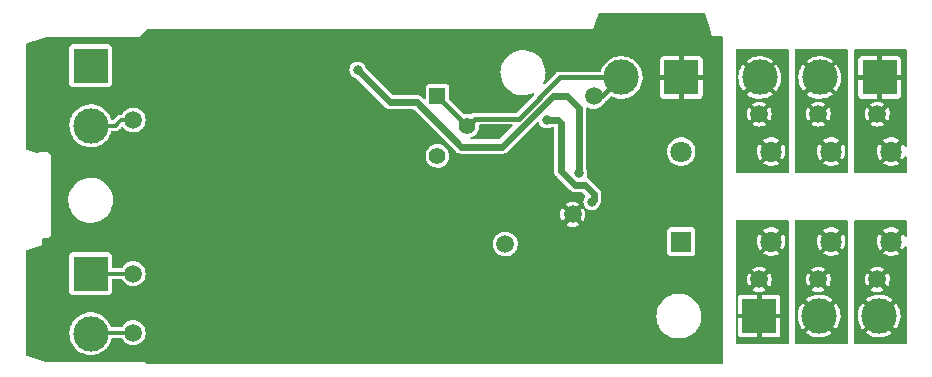
<source format=gbl>
G04 #@! TF.GenerationSoftware,KiCad,Pcbnew,6.0.9-8da3e8f707~116~ubuntu20.04.1*
G04 #@! TF.CreationDate,2023-03-26T14:48:38+00:00*
G04 #@! TF.ProjectId,LEC000042,4c454330-3030-4303-9432-2e6b69636164,rev?*
G04 #@! TF.SameCoordinates,Original*
G04 #@! TF.FileFunction,Copper,L2,Bot*
G04 #@! TF.FilePolarity,Positive*
%FSLAX46Y46*%
G04 Gerber Fmt 4.6, Leading zero omitted, Abs format (unit mm)*
G04 Created by KiCad (PCBNEW 6.0.9-8da3e8f707~116~ubuntu20.04.1) date 2023-03-26 14:48:38*
%MOMM*%
%LPD*%
G01*
G04 APERTURE LIST*
G04 #@! TA.AperFunction,ComponentPad*
%ADD10R,3.000000X3.000000*%
G04 #@! TD*
G04 #@! TA.AperFunction,ComponentPad*
%ADD11C,3.000000*%
G04 #@! TD*
G04 #@! TA.AperFunction,ComponentPad*
%ADD12C,1.800000*%
G04 #@! TD*
G04 #@! TA.AperFunction,ComponentPad*
%ADD13R,1.800000X1.800000*%
G04 #@! TD*
G04 #@! TA.AperFunction,ComponentPad*
%ADD14R,1.400000X1.400000*%
G04 #@! TD*
G04 #@! TA.AperFunction,ComponentPad*
%ADD15C,1.400000*%
G04 #@! TD*
G04 #@! TA.AperFunction,SMDPad,CuDef*
%ADD16C,1.500000*%
G04 #@! TD*
G04 #@! TA.AperFunction,ViaPad*
%ADD17C,0.800000*%
G04 #@! TD*
G04 #@! TA.AperFunction,Conductor*
%ADD18C,0.600000*%
G04 #@! TD*
G04 #@! TA.AperFunction,Conductor*
%ADD19C,0.400000*%
G04 #@! TD*
G04 #@! TA.AperFunction,Conductor*
%ADD20C,0.300000*%
G04 #@! TD*
G04 APERTURE END LIST*
D10*
G04 #@! TO.P,J1,1,Pin_1*
G04 #@! TO.N,GND*
X59400000Y27100000D03*
D11*
G04 #@! TO.P,J1,2,Pin_2*
G04 #@! TO.N,/FORCE*
X54320000Y27100000D03*
G04 #@! TD*
D10*
G04 #@! TO.P,J2,1,Pin_1*
G04 #@! TO.N,TRACK_B_DETECT_ZONE*
X9400000Y28100000D03*
D11*
G04 #@! TO.P,J2,2,Pin_2*
X9400000Y23020000D03*
G04 #@! TD*
D10*
G04 #@! TO.P,J3,1,Pin_1*
G04 #@! TO.N,TRACK_B*
X9400000Y10500000D03*
D11*
G04 #@! TO.P,J3,2,Pin_2*
G04 #@! TO.N,TRACK_A*
X9400000Y5420000D03*
G04 #@! TD*
D10*
G04 #@! TO.P,J5,1,Pin_1*
G04 #@! TO.N,/T1*
X76200000Y27100000D03*
D11*
G04 #@! TO.P,J5,2,Pin_2*
G04 #@! TO.N,/R1*
X71120000Y27100000D03*
G04 #@! TO.P,J5,3,Pin_3*
G04 #@! TO.N,/C1*
X66040000Y27100000D03*
G04 #@! TD*
D10*
G04 #@! TO.P,J6,1,Pin_1*
G04 #@! TO.N,/C2*
X66000000Y6900000D03*
D11*
G04 #@! TO.P,J6,2,Pin_2*
G04 #@! TO.N,/R2*
X71080000Y6900000D03*
G04 #@! TO.P,J6,3,Pin_3*
G04 #@! TO.N,/T2*
X76160000Y6900000D03*
G04 #@! TD*
D12*
G04 #@! TO.P,K1,1*
G04 #@! TO.N,+5V*
X59400000Y20820000D03*
G04 #@! TO.P,K1,4*
G04 #@! TO.N,/C1*
X67020000Y20820000D03*
G04 #@! TO.P,K1,6*
G04 #@! TO.N,/R1*
X72100000Y20820000D03*
G04 #@! TO.P,K1,8*
G04 #@! TO.N,/T1*
X77180000Y20820000D03*
G04 #@! TO.P,K1,9*
G04 #@! TO.N,/T2*
X77180000Y13200000D03*
G04 #@! TO.P,K1,11*
G04 #@! TO.N,/R2*
X72100000Y13200000D03*
G04 #@! TO.P,K1,13*
G04 #@! TO.N,/C2*
X67020000Y13200000D03*
D13*
G04 #@! TO.P,K1,16*
G04 #@! TO.N,Net-(D8-Pad2)*
X59400000Y13200000D03*
G04 #@! TD*
D14*
G04 #@! TO.P,RV1,1,1*
G04 #@! TO.N,/FORCE*
X38750000Y25540000D03*
D15*
G04 #@! TO.P,RV1,2,2*
X41290000Y23000000D03*
G04 #@! TO.P,RV1,3,3*
G04 #@! TO.N,Net-(R5-Pad2)*
X38750000Y20460000D03*
G04 #@! TD*
D16*
G04 #@! TO.P,TP4,1,1*
G04 #@! TO.N,+5V*
X44500000Y13000000D03*
G04 #@! TD*
G04 #@! TO.P,TP6,1,1*
G04 #@! TO.N,GND*
X50200000Y15500000D03*
G04 #@! TD*
G04 #@! TO.P,TP7,1,1*
G04 #@! TO.N,/FORCE*
X52000000Y25500000D03*
G04 #@! TD*
G04 #@! TO.P,TP8,1,1*
G04 #@! TO.N,TRACK_B_DETECT_ZONE*
X13000000Y23500000D03*
G04 #@! TD*
G04 #@! TO.P,TP9,1,1*
G04 #@! TO.N,TRACK_A*
X13000000Y5500000D03*
G04 #@! TD*
G04 #@! TO.P,TP10,1,1*
G04 #@! TO.N,TRACK_B*
X13000000Y10500000D03*
G04 #@! TD*
G04 #@! TO.P,TP1,1,1*
G04 #@! TO.N,/R1*
X71000000Y24000000D03*
G04 #@! TD*
G04 #@! TO.P,TP2,1,1*
G04 #@! TO.N,/C1*
X66000000Y24000000D03*
G04 #@! TD*
G04 #@! TO.P,TP3,1,1*
G04 #@! TO.N,/T1*
X76000000Y24000000D03*
G04 #@! TD*
G04 #@! TO.P,TP5,1,1*
G04 #@! TO.N,/R2*
X71000000Y10000000D03*
G04 #@! TD*
G04 #@! TO.P,TP11,1,1*
G04 #@! TO.N,/C2*
X66000000Y10000000D03*
G04 #@! TD*
G04 #@! TO.P,TP12,1,1*
G04 #@! TO.N,/T2*
X76000000Y10000000D03*
G04 #@! TD*
D17*
G04 #@! TO.N,GND*
X15500000Y16500000D03*
X50000000Y7500000D03*
X21000000Y4500000D03*
X49000000Y11500000D03*
X47000000Y15500000D03*
X38000000Y16500000D03*
X60000000Y15500000D03*
X46000000Y15500000D03*
X20500000Y6500000D03*
X26000000Y12500000D03*
X35500000Y4000000D03*
X46000000Y16500000D03*
X40500000Y4000000D03*
X36750000Y23750000D03*
X15500000Y26500000D03*
X30500000Y9000000D03*
X55500000Y4000000D03*
X45500000Y4000000D03*
X30500000Y24000000D03*
X35500000Y14000000D03*
X50000000Y11500000D03*
X46250000Y20250000D03*
X43000000Y22500000D03*
X41250000Y27500000D03*
X13000000Y21500000D03*
X30500000Y6500000D03*
X47000000Y13500000D03*
X52000000Y20250000D03*
X13000000Y19000000D03*
X54000000Y7500000D03*
X13000000Y29000000D03*
X38000000Y4000000D03*
X45000000Y15500000D03*
X53000000Y20250000D03*
X58000000Y24000000D03*
X40750000Y25000000D03*
X55500000Y24000000D03*
X30500000Y14000000D03*
X54000000Y5500000D03*
X36500000Y21250000D03*
X40500000Y14000000D03*
X31000000Y12500000D03*
X55500000Y9000000D03*
X48000000Y4000000D03*
X13000000Y26500000D03*
X43000000Y4000000D03*
X50500000Y29000000D03*
X48000000Y29000000D03*
X47000000Y14500000D03*
X18000000Y6500000D03*
X58000000Y19500000D03*
X13000000Y14000000D03*
X19000000Y4500000D03*
X50000000Y5500000D03*
X41750000Y30000000D03*
X15500000Y19000000D03*
X34500000Y21000000D03*
X41250000Y17000000D03*
X28000000Y24000000D03*
X38000000Y14000000D03*
X28000000Y26500000D03*
G04 #@! TO.N,+5V*
X51825000Y16575000D03*
X44400000Y12900000D03*
X48000000Y23500000D03*
G04 #@! TO.N,Net-(C7-Pad1)*
X32000000Y27750000D03*
X50750000Y19000000D03*
G04 #@! TD*
D18*
G04 #@! TO.N,+5V*
X52000000Y16750000D02*
X51825000Y16575000D01*
X49250000Y23250000D02*
X49250000Y19167998D01*
X49250000Y19167998D02*
X50417998Y18000000D01*
X51250000Y18000000D02*
X52000000Y17250000D01*
X49000000Y23500000D02*
X49250000Y23250000D01*
X48000000Y23500000D02*
X49000000Y23500000D01*
X50417998Y18000000D02*
X51250000Y18000000D01*
X44500000Y13000000D02*
X44400000Y12900000D01*
X52000000Y17250000D02*
X52000000Y16750000D01*
D19*
G04 #@! TO.N,/FORCE*
X45630019Y23619981D02*
X41909981Y23619981D01*
X41290000Y23000000D02*
X38750000Y25540000D01*
X49110038Y27100000D02*
X45630019Y23619981D01*
X52720000Y25500000D02*
X54320000Y27100000D01*
X54320000Y27100000D02*
X49110038Y27100000D01*
X52000000Y25500000D02*
X52720000Y25500000D01*
X41909981Y23619981D02*
X41290000Y23000000D01*
D20*
G04 #@! TO.N,TRACK_B*
X13000000Y10500000D02*
X9400000Y10500000D01*
G04 #@! TO.N,TRACK_A*
X13000000Y5500000D02*
X9480000Y5500000D01*
X9480000Y5500000D02*
X9400000Y5420000D01*
G04 #@! TO.N,TRACK_B_DETECT_ZONE*
X11521320Y23020000D02*
X9400000Y23020000D01*
X13000000Y23500000D02*
X11939340Y23500000D01*
X11600000Y23098680D02*
X11521320Y23020000D01*
X11939340Y23500000D02*
X11600000Y23160660D01*
X11600000Y23160660D02*
X11600000Y23098680D01*
D18*
G04 #@! TO.N,Net-(C7-Pad1)*
X50750000Y24500000D02*
X49750000Y25500000D01*
X48500000Y25500000D02*
X44250000Y21250000D01*
X44250000Y21250000D02*
X40750000Y21250000D01*
X49750000Y25500000D02*
X48500000Y25500000D01*
X37000001Y24999999D02*
X34750001Y24999999D01*
X50750000Y19000000D02*
X50750000Y24500000D01*
X40750000Y21250000D02*
X37000001Y24999999D01*
X34750001Y24999999D02*
X32000000Y27750000D01*
G04 #@! TD*
G04 #@! TA.AperFunction,Conductor*
G04 #@! TO.N,GND*
G36*
X61361323Y32581093D02*
G01*
X61397957Y32529447D01*
X61796790Y31200000D01*
X61900802Y30853294D01*
X61904608Y30833390D01*
X61905903Y30818440D01*
X61909916Y30810230D01*
X61919028Y30791589D01*
X61919902Y30789626D01*
X61920670Y30787068D01*
X61922757Y30783016D01*
X61931362Y30766305D01*
X61932289Y30764459D01*
X61954983Y30718034D01*
X61957358Y30715830D01*
X61958844Y30712946D01*
X61964733Y30707708D01*
X61964734Y30707707D01*
X61997506Y30678559D01*
X61999040Y30677165D01*
X62036917Y30642029D01*
X62039929Y30640828D01*
X62042352Y30638672D01*
X62049750Y30635898D01*
X62049751Y30635898D01*
X62090737Y30620533D01*
X62092669Y30619785D01*
X62134225Y30603206D01*
X62134227Y30603206D01*
X62140720Y30600615D01*
X62144982Y30600197D01*
X62146999Y30599441D01*
X62204807Y30599995D01*
X62205755Y30600000D01*
X62801000Y30600000D01*
X62859191Y30581093D01*
X62895155Y30531593D01*
X62900000Y30501000D01*
X62900000Y2899000D01*
X62881093Y2840809D01*
X62831593Y2804845D01*
X62801000Y2800000D01*
X14215272Y2800000D01*
X14157081Y2818907D01*
X14145268Y2828996D01*
X14099900Y2874364D01*
X14097209Y2877482D01*
X14095017Y2881966D01*
X14058825Y2915539D01*
X14056149Y2918115D01*
X14042400Y2931864D01*
X14038692Y2934408D01*
X14034800Y2937825D01*
X14019786Y2951753D01*
X14013083Y2957971D01*
X14004590Y2961359D01*
X14004587Y2961361D01*
X14002427Y2962223D01*
X13983112Y2972536D01*
X13981191Y2973854D01*
X13981188Y2973855D01*
X13973648Y2979028D01*
X13947793Y2985163D01*
X13933972Y2989533D01*
X13909280Y2999385D01*
X13903007Y3000000D01*
X13896857Y3000000D01*
X13874000Y3002675D01*
X13873805Y3002721D01*
X13864909Y3004832D01*
X13836044Y3000904D01*
X13822696Y3000000D01*
X5658563Y3000000D01*
X5630116Y3004175D01*
X5627926Y3004832D01*
X3970553Y3502043D01*
X3920249Y3536874D01*
X3900000Y3596868D01*
X3900000Y5467264D01*
X7595070Y5467264D01*
X7595246Y5463598D01*
X7595246Y5463596D01*
X7597583Y5414947D01*
X7607909Y5199959D01*
X7660118Y4937488D01*
X7661358Y4934033D01*
X7661359Y4934031D01*
X7733683Y4732594D01*
X7750549Y4685617D01*
X7877215Y4449879D01*
X7879414Y4446934D01*
X7879416Y4446931D01*
X7880843Y4445020D01*
X8037335Y4235453D01*
X8227390Y4047050D01*
X8443205Y3888808D01*
X8680039Y3764203D01*
X8683510Y3762991D01*
X8683512Y3762990D01*
X8771927Y3732114D01*
X8932690Y3675974D01*
X9195606Y3626057D01*
X9329309Y3620804D01*
X9459343Y3615695D01*
X9459346Y3615695D01*
X9463013Y3615551D01*
X9599669Y3630517D01*
X9725394Y3644286D01*
X9725397Y3644287D01*
X9729035Y3644685D01*
X9987829Y3712820D01*
X9991204Y3714270D01*
X9991207Y3714271D01*
X10111412Y3765915D01*
X10233710Y3818458D01*
X10236827Y3820387D01*
X10236833Y3820390D01*
X10458149Y3957345D01*
X10458154Y3957349D01*
X10461275Y3959280D01*
X10665526Y4132191D01*
X10756085Y4235453D01*
X10839550Y4330626D01*
X10839554Y4330631D01*
X10841976Y4333393D01*
X10929227Y4469041D01*
X10984757Y4555372D01*
X10984758Y4555373D01*
X10986747Y4558466D01*
X11008412Y4606559D01*
X11095153Y4799118D01*
X11095154Y4799120D01*
X11096661Y4802466D01*
X11145990Y4977373D01*
X11179983Y5028246D01*
X11241273Y5049500D01*
X11989933Y5049500D01*
X12048124Y5030593D01*
X12077985Y4995753D01*
X12112712Y4928182D01*
X12240677Y4766730D01*
X12244357Y4763598D01*
X12244359Y4763596D01*
X12331911Y4689084D01*
X12397564Y4633209D01*
X12401787Y4630849D01*
X12401791Y4630846D01*
X12441342Y4608742D01*
X12577398Y4532703D01*
X12581996Y4531209D01*
X12768724Y4470537D01*
X12768726Y4470536D01*
X12773329Y4469041D01*
X12977894Y4444649D01*
X12982716Y4445020D01*
X12982719Y4445020D01*
X13050541Y4450239D01*
X13183300Y4460454D01*
X13381725Y4515855D01*
X13386038Y4518034D01*
X13386044Y4518036D01*
X13561289Y4606559D01*
X13561291Y4606560D01*
X13565610Y4608742D01*
X13600943Y4636347D01*
X13724135Y4732594D01*
X13724139Y4732598D01*
X13727951Y4735576D01*
X13862564Y4891528D01*
X13881231Y4924387D01*
X13961934Y5066450D01*
X13961935Y5066453D01*
X13964323Y5070656D01*
X13986372Y5136935D01*
X14027824Y5261546D01*
X14027824Y5261548D01*
X14029351Y5266137D01*
X14034321Y5305475D01*
X14048718Y5419442D01*
X14055171Y5470526D01*
X14055583Y5500000D01*
X14035480Y5705030D01*
X14027979Y5729876D01*
X13977333Y5897620D01*
X13975935Y5902251D01*
X13879218Y6084151D01*
X13749011Y6243800D01*
X13590275Y6375118D01*
X13478123Y6435758D01*
X13413309Y6470803D01*
X13413308Y6470803D01*
X13409055Y6473103D01*
X13345855Y6492667D01*
X13216875Y6532593D01*
X13216871Y6532594D01*
X13212254Y6534023D01*
X13207446Y6534528D01*
X13207443Y6534529D01*
X13012185Y6555051D01*
X13012183Y6555051D01*
X13007369Y6555557D01*
X12947354Y6550095D01*
X12807022Y6537325D01*
X12807017Y6537324D01*
X12802203Y6536886D01*
X12604572Y6478720D01*
X12600288Y6476481D01*
X12600287Y6476480D01*
X12589428Y6470803D01*
X12422002Y6383274D01*
X12418231Y6380242D01*
X12265220Y6257219D01*
X12265217Y6257217D01*
X12261447Y6254185D01*
X12258333Y6250474D01*
X12258332Y6250473D01*
X12132139Y6100083D01*
X12132136Y6100079D01*
X12129024Y6096370D01*
X12126692Y6092127D01*
X12126690Y6092125D01*
X12077038Y6001807D01*
X12032435Y5959922D01*
X11990283Y5950500D01*
X11193364Y5950500D01*
X11135173Y5969407D01*
X11101095Y6013619D01*
X11030992Y6193889D01*
X11030992Y6193890D01*
X11029662Y6197309D01*
X10896868Y6429650D01*
X10868728Y6465346D01*
X10776601Y6582208D01*
X10731190Y6639811D01*
X10728517Y6642325D01*
X10728512Y6642331D01*
X10538941Y6820661D01*
X10536269Y6823175D01*
X10487846Y6856767D01*
X57294906Y6856767D01*
X57295246Y6853205D01*
X57295246Y6853198D01*
X57315606Y6639811D01*
X57321102Y6582208D01*
X57386657Y6314306D01*
X57490199Y6058674D01*
X57492010Y6055581D01*
X57492011Y6055579D01*
X57548020Y5959922D01*
X57629558Y5820665D01*
X57801816Y5605268D01*
X58003364Y5416992D01*
X58229979Y5259784D01*
X58233184Y5258189D01*
X58233190Y5258186D01*
X58473699Y5138534D01*
X58473704Y5138532D01*
X58476914Y5136935D01*
X58480325Y5135817D01*
X58480327Y5135816D01*
X58735593Y5052136D01*
X58735596Y5052135D01*
X58738998Y5051020D01*
X59010738Y5003838D01*
X59061160Y5001328D01*
X59096644Y4999561D01*
X59096657Y4999561D01*
X59097876Y4999500D01*
X59270070Y4999500D01*
X59475083Y5014375D01*
X59548540Y5030593D01*
X59740904Y5073063D01*
X59740910Y5073065D01*
X59744403Y5073836D01*
X59747752Y5075105D01*
X59747756Y5075106D01*
X59910951Y5136935D01*
X60002319Y5171551D01*
X60243428Y5305475D01*
X60462678Y5472802D01*
X60655477Y5670026D01*
X60684325Y5709658D01*
X60815682Y5890124D01*
X60817787Y5893016D01*
X60820210Y5897620D01*
X60944536Y6133927D01*
X60946206Y6137101D01*
X61038045Y6397168D01*
X61052660Y6471316D01*
X61090687Y6664252D01*
X61091380Y6667768D01*
X61105094Y6943233D01*
X61104754Y6946795D01*
X61104754Y6946802D01*
X61079239Y7214221D01*
X61079238Y7214225D01*
X61078898Y7217792D01*
X61013343Y7485694D01*
X60909801Y7741326D01*
X60770442Y7979335D01*
X60598184Y8194732D01*
X60396636Y8383008D01*
X60170021Y8540216D01*
X60166816Y8541811D01*
X60166810Y8541814D01*
X59926301Y8661466D01*
X59926296Y8661468D01*
X59923086Y8663065D01*
X59919675Y8664183D01*
X59919673Y8664184D01*
X59664407Y8747864D01*
X59664404Y8747865D01*
X59661002Y8748980D01*
X59389262Y8796162D01*
X59338840Y8798672D01*
X59303356Y8800439D01*
X59303343Y8800439D01*
X59302124Y8800500D01*
X59129930Y8800500D01*
X58924917Y8785625D01*
X58921406Y8784850D01*
X58921407Y8784850D01*
X58659096Y8726937D01*
X58659090Y8726935D01*
X58655597Y8726164D01*
X58652248Y8724895D01*
X58652244Y8724894D01*
X58590845Y8701632D01*
X58397681Y8628449D01*
X58156572Y8494525D01*
X57937322Y8327198D01*
X57744523Y8129974D01*
X57742414Y8127077D01*
X57742411Y8127073D01*
X57584318Y7909876D01*
X57582213Y7906984D01*
X57453794Y7662899D01*
X57361955Y7402832D01*
X57308620Y7132232D01*
X57308442Y7128659D01*
X57308442Y7128658D01*
X57307573Y7111208D01*
X57294906Y6856767D01*
X10487846Y6856767D01*
X10316385Y6975714D01*
X10076371Y7094076D01*
X9821497Y7175662D01*
X9817880Y7176251D01*
X9817876Y7176252D01*
X9560983Y7218089D01*
X9560978Y7218089D01*
X9557364Y7218678D01*
X9553699Y7218726D01*
X9453651Y7220036D01*
X9289774Y7222181D01*
X9286146Y7221687D01*
X9286142Y7221687D01*
X9157189Y7204137D01*
X9024605Y7186093D01*
X8767683Y7111208D01*
X8524652Y6999169D01*
X8521585Y6997158D01*
X8521581Y6997156D01*
X8312905Y6860341D01*
X8300851Y6852438D01*
X8298119Y6849999D01*
X8298117Y6849998D01*
X8265248Y6820661D01*
X8101197Y6674240D01*
X8098850Y6671418D01*
X8098849Y6671417D01*
X7939720Y6480085D01*
X7930075Y6468488D01*
X7791244Y6239702D01*
X7687755Y5992909D01*
X7621881Y5733530D01*
X7595070Y5467264D01*
X3900000Y5467264D01*
X3900000Y8955354D01*
X7599500Y8955354D01*
X7602618Y8929154D01*
X7648061Y8826847D01*
X7654529Y8820390D01*
X7654530Y8820389D01*
X7679318Y8795644D01*
X7727287Y8747759D01*
X7735645Y8744064D01*
X7822864Y8705504D01*
X7822866Y8705504D01*
X7829673Y8702494D01*
X7837067Y8701632D01*
X7852378Y8699847D01*
X7855354Y8699500D01*
X10944646Y8699500D01*
X10962561Y8701632D01*
X10963469Y8701740D01*
X10963470Y8701740D01*
X10970846Y8702618D01*
X11073153Y8748061D01*
X11152241Y8827287D01*
X11197506Y8929673D01*
X11200500Y8955354D01*
X11200500Y9950500D01*
X11219407Y10008691D01*
X11268907Y10044655D01*
X11299500Y10049500D01*
X11989933Y10049500D01*
X12048124Y10030593D01*
X12077985Y9995753D01*
X12112712Y9928182D01*
X12240677Y9766730D01*
X12244357Y9763598D01*
X12244359Y9763596D01*
X12357017Y9667717D01*
X12397564Y9633209D01*
X12401787Y9630849D01*
X12401791Y9630846D01*
X12441342Y9608742D01*
X12577398Y9532703D01*
X12581996Y9531209D01*
X12768724Y9470537D01*
X12768726Y9470536D01*
X12773329Y9469041D01*
X12977894Y9444649D01*
X12982716Y9445020D01*
X12982719Y9445020D01*
X13050541Y9450239D01*
X13183300Y9460454D01*
X13381725Y9515855D01*
X13386038Y9518034D01*
X13386044Y9518036D01*
X13561289Y9606559D01*
X13561291Y9606560D01*
X13565610Y9608742D01*
X13600943Y9636347D01*
X13724135Y9732594D01*
X13724139Y9732598D01*
X13727951Y9735576D01*
X13862564Y9891528D01*
X13881231Y9924387D01*
X13961934Y10066450D01*
X13961935Y10066453D01*
X13964323Y10070656D01*
X14029351Y10266137D01*
X14055171Y10470526D01*
X14055583Y10500000D01*
X14035480Y10705030D01*
X13975935Y10902251D01*
X13879218Y11084151D01*
X13749011Y11243800D01*
X13590275Y11375118D01*
X13409055Y11473103D01*
X13345855Y11492667D01*
X13216875Y11532593D01*
X13216871Y11532594D01*
X13212254Y11534023D01*
X13207446Y11534528D01*
X13207443Y11534529D01*
X13012185Y11555051D01*
X13012183Y11555051D01*
X13007369Y11555557D01*
X12947354Y11550095D01*
X12807022Y11537325D01*
X12807017Y11537324D01*
X12802203Y11536886D01*
X12604572Y11478720D01*
X12600288Y11476481D01*
X12600287Y11476480D01*
X12589428Y11470803D01*
X12422002Y11383274D01*
X12418231Y11380242D01*
X12265220Y11257219D01*
X12265217Y11257217D01*
X12261447Y11254185D01*
X12258333Y11250474D01*
X12258332Y11250473D01*
X12132139Y11100083D01*
X12132136Y11100079D01*
X12129024Y11096370D01*
X12126692Y11092127D01*
X12126690Y11092125D01*
X12077038Y11001807D01*
X12032435Y10959922D01*
X11990283Y10950500D01*
X11299500Y10950500D01*
X11241309Y10969407D01*
X11205345Y11018907D01*
X11200500Y11049500D01*
X11200500Y12044646D01*
X11197382Y12070846D01*
X11151939Y12173153D01*
X11072713Y12252241D01*
X11031374Y12270517D01*
X10977136Y12294496D01*
X10977134Y12294496D01*
X10970327Y12297506D01*
X10956322Y12299139D01*
X10947494Y12300168D01*
X10947493Y12300168D01*
X10944646Y12300500D01*
X7855354Y12300500D01*
X7838951Y12298548D01*
X7836531Y12298260D01*
X7836530Y12298260D01*
X7829154Y12297382D01*
X7726847Y12251939D01*
X7720390Y12245471D01*
X7720389Y12245470D01*
X7686976Y12211998D01*
X7647759Y12172713D01*
X7644064Y12164355D01*
X7629250Y12130846D01*
X7602494Y12070327D01*
X7599500Y12044646D01*
X7599500Y8955354D01*
X3900000Y8955354D01*
X3900000Y12399034D01*
X3918907Y12457225D01*
X3971803Y12494225D01*
X5045300Y12800938D01*
X5063954Y12804378D01*
X5072453Y12805114D01*
X5072454Y12805114D01*
X5081560Y12805903D01*
X5107714Y12818687D01*
X5108262Y12818928D01*
X5109248Y12819209D01*
X5132573Y12830836D01*
X5133180Y12831136D01*
X5174162Y12851168D01*
X5174163Y12851169D01*
X5181966Y12854983D01*
X5182785Y12855865D01*
X5183865Y12856404D01*
X5220454Y12896468D01*
X5220976Y12897035D01*
X5252028Y12930510D01*
X5252029Y12930511D01*
X5257971Y12936917D01*
X5258418Y12938038D01*
X5259231Y12938928D01*
X5262404Y12947065D01*
X5262406Y12947068D01*
X5278955Y12989506D01*
X5279239Y12990225D01*
X5289019Y13014738D01*
X43444520Y13014738D01*
X43450886Y12938928D01*
X43460984Y12818681D01*
X43461759Y12809447D01*
X43463092Y12804799D01*
X43463092Y12804798D01*
X43463213Y12804378D01*
X43518544Y12611414D01*
X43612712Y12428182D01*
X43740677Y12266730D01*
X43744357Y12263598D01*
X43744359Y12263596D01*
X43792219Y12222864D01*
X43897564Y12133209D01*
X43901787Y12130849D01*
X43901791Y12130846D01*
X44009149Y12070846D01*
X44077398Y12032703D01*
X44081996Y12031209D01*
X44268724Y11970537D01*
X44268726Y11970536D01*
X44273329Y11969041D01*
X44477894Y11944649D01*
X44482716Y11945020D01*
X44482719Y11945020D01*
X44550541Y11950239D01*
X44683300Y11960454D01*
X44881725Y12015855D01*
X44886038Y12018034D01*
X44886044Y12018036D01*
X45061289Y12106559D01*
X45061291Y12106560D01*
X45065610Y12108742D01*
X45080518Y12120389D01*
X45224135Y12232594D01*
X45224139Y12232598D01*
X45227951Y12235576D01*
X45236492Y12245470D01*
X45245023Y12255354D01*
X58199500Y12255354D01*
X58202618Y12229154D01*
X58248061Y12126847D01*
X58254529Y12120390D01*
X58254530Y12120389D01*
X58268384Y12106559D01*
X58327287Y12047759D01*
X58335645Y12044064D01*
X58422864Y12005504D01*
X58422866Y12005504D01*
X58429673Y12002494D01*
X58437067Y12001632D01*
X58452378Y11999847D01*
X58455354Y11999500D01*
X60344646Y11999500D01*
X60362561Y12001632D01*
X60363469Y12001740D01*
X60363470Y12001740D01*
X60370846Y12002618D01*
X60473153Y12048061D01*
X60502676Y12077635D01*
X60545786Y12120821D01*
X60552241Y12127287D01*
X60597506Y12229673D01*
X60600500Y12255354D01*
X60600500Y14144646D01*
X60597382Y14170846D01*
X60551939Y14273153D01*
X60472713Y14352241D01*
X60443591Y14365116D01*
X60377136Y14394496D01*
X60377134Y14394496D01*
X60370327Y14397506D01*
X60356322Y14399139D01*
X60347494Y14400168D01*
X60347493Y14400168D01*
X60344646Y14400500D01*
X58455354Y14400500D01*
X58438951Y14398548D01*
X58436531Y14398260D01*
X58436530Y14398260D01*
X58429154Y14397382D01*
X58326847Y14351939D01*
X58247759Y14272713D01*
X58202494Y14170327D01*
X58199500Y14144646D01*
X58199500Y12255354D01*
X45245023Y12255354D01*
X45287313Y12304349D01*
X45362564Y12391528D01*
X45381231Y12424387D01*
X45461934Y12566450D01*
X45461935Y12566453D01*
X45464323Y12570656D01*
X45477882Y12611414D01*
X45527824Y12761546D01*
X45527824Y12761548D01*
X45529351Y12766137D01*
X45533748Y12800938D01*
X45551837Y12944135D01*
X45555171Y12970526D01*
X45555315Y12980791D01*
X45555544Y12997224D01*
X45555583Y13000000D01*
X45553667Y13019546D01*
X45535952Y13200220D01*
X45535951Y13200224D01*
X45535480Y13205030D01*
X45475935Y13402251D01*
X45379218Y13584151D01*
X45249011Y13743800D01*
X45245282Y13746885D01*
X45094002Y13872035D01*
X45094000Y13872036D01*
X45090275Y13875118D01*
X44909055Y13973103D01*
X44845855Y13992667D01*
X44716875Y14032593D01*
X44716871Y14032594D01*
X44712254Y14034023D01*
X44707446Y14034528D01*
X44707443Y14034529D01*
X44512185Y14055051D01*
X44512183Y14055051D01*
X44507369Y14055557D01*
X44447354Y14050095D01*
X44307022Y14037325D01*
X44307017Y14037324D01*
X44302203Y14036886D01*
X44104572Y13978720D01*
X44100288Y13976481D01*
X44100287Y13976480D01*
X44089428Y13970803D01*
X43922002Y13883274D01*
X43918231Y13880242D01*
X43765220Y13757219D01*
X43765217Y13757217D01*
X43761447Y13754185D01*
X43758333Y13750474D01*
X43758332Y13750473D01*
X43749585Y13740048D01*
X43629024Y13596370D01*
X43626689Y13592122D01*
X43626688Y13592121D01*
X43619955Y13579874D01*
X43529776Y13415838D01*
X43467484Y13219468D01*
X43466944Y13214656D01*
X43466944Y13214655D01*
X43447696Y13043049D01*
X43444520Y13014738D01*
X5289019Y13014738D01*
X5296798Y13034234D01*
X5296799Y13034239D01*
X5299385Y13040720D01*
X5299539Y13042286D01*
X5299836Y13043049D01*
X5299844Y13045406D01*
X5300000Y13046993D01*
X5300000Y13088985D01*
X5300235Y13154808D01*
X5300037Y13155327D01*
X5300000Y13155738D01*
X5300000Y13401000D01*
X5318907Y13459191D01*
X5368407Y13495155D01*
X5399000Y13500000D01*
X5750000Y13500000D01*
X6000000Y13750000D01*
X6000000Y14627285D01*
X49615400Y14627285D01*
X49622629Y14619773D01*
X49773373Y14535525D01*
X49782201Y14531668D01*
X49968838Y14471026D01*
X49978238Y14468959D01*
X50173103Y14445723D01*
X50182729Y14445521D01*
X50378385Y14460576D01*
X50387876Y14462250D01*
X50576882Y14515022D01*
X50585862Y14518504D01*
X50761017Y14606982D01*
X50769158Y14612148D01*
X50776928Y14618219D01*
X50784386Y14629277D01*
X50784315Y14631305D01*
X50781618Y14635539D01*
X50211086Y15206071D01*
X50199203Y15212125D01*
X50194172Y15211329D01*
X49620877Y14638034D01*
X49615400Y14627285D01*
X6000000Y14627285D01*
X6000000Y16656767D01*
X7494906Y16656767D01*
X7495246Y16653205D01*
X7495246Y16653198D01*
X7520761Y16385779D01*
X7521102Y16382208D01*
X7586657Y16114306D01*
X7690199Y15858674D01*
X7829558Y15620665D01*
X8001816Y15405268D01*
X8203364Y15216992D01*
X8429979Y15059784D01*
X8433184Y15058189D01*
X8433190Y15058186D01*
X8673699Y14938534D01*
X8673704Y14938532D01*
X8676914Y14936935D01*
X8680325Y14935817D01*
X8680327Y14935816D01*
X8935593Y14852136D01*
X8935596Y14852135D01*
X8938998Y14851020D01*
X9210738Y14803838D01*
X9261160Y14801328D01*
X9296644Y14799561D01*
X9296657Y14799561D01*
X9297876Y14799500D01*
X9470070Y14799500D01*
X9675083Y14814375D01*
X9705490Y14821088D01*
X9940904Y14873063D01*
X9940910Y14873065D01*
X9944403Y14873836D01*
X9947752Y14875105D01*
X9947756Y14875106D01*
X10110951Y14936935D01*
X10202319Y14971551D01*
X10443428Y15105475D01*
X10662678Y15272802D01*
X10855477Y15470026D01*
X10857871Y15473314D01*
X10884509Y15509911D01*
X49145427Y15509911D01*
X49161847Y15314357D01*
X49163585Y15304889D01*
X49217674Y15116257D01*
X49221225Y15107289D01*
X49310921Y14932760D01*
X49316143Y14924658D01*
X49317753Y14922626D01*
X49328865Y14915244D01*
X49331076Y14915337D01*
X49335037Y14917880D01*
X49906071Y15488914D01*
X49911313Y15499203D01*
X50487875Y15499203D01*
X50488671Y15494172D01*
X51061528Y14921315D01*
X51072383Y14915784D01*
X51079791Y14922863D01*
X51161471Y15066647D01*
X51165392Y15075454D01*
X51227334Y15261654D01*
X51229469Y15271056D01*
X51254322Y15467788D01*
X51254709Y15473314D01*
X51255043Y15497240D01*
X51254812Y15502739D01*
X51235459Y15700123D01*
X51233590Y15709561D01*
X51176869Y15897428D01*
X51173200Y15906332D01*
X51100404Y16043239D01*
X51095389Y16071678D01*
X51087883Y16075412D01*
X51072069Y16085603D01*
X51069489Y16085458D01*
X51066076Y16083233D01*
X50493929Y15511086D01*
X50487875Y15499203D01*
X49911313Y15499203D01*
X49912125Y15500797D01*
X49911329Y15505828D01*
X49337556Y16079601D01*
X49326914Y16085023D01*
X49319300Y16077645D01*
X49232573Y15919889D01*
X49228773Y15911024D01*
X49169439Y15723979D01*
X49167435Y15714551D01*
X49145561Y15519539D01*
X49145427Y15509911D01*
X10884509Y15509911D01*
X11015682Y15690124D01*
X11017787Y15693016D01*
X11034078Y15723979D01*
X11132486Y15911024D01*
X11146206Y15937101D01*
X11238045Y16197168D01*
X11272422Y16371584D01*
X49614838Y16371584D01*
X49614956Y16369189D01*
X49617341Y16365502D01*
X50188914Y15793929D01*
X50200797Y15787875D01*
X50205828Y15788671D01*
X50779929Y16362772D01*
X50785983Y16374655D01*
X50785600Y16377078D01*
X50613114Y16470340D01*
X50604243Y16474069D01*
X50416774Y16532101D01*
X50407342Y16534037D01*
X50212182Y16554549D01*
X50202544Y16554616D01*
X50007117Y16536832D01*
X49997654Y16535026D01*
X49809407Y16479622D01*
X49800466Y16476009D01*
X49626573Y16385101D01*
X49621519Y16381793D01*
X49614838Y16371584D01*
X11272422Y16371584D01*
X11291380Y16467768D01*
X11305094Y16743233D01*
X11304754Y16746795D01*
X11304754Y16746802D01*
X11279239Y17014221D01*
X11279238Y17014225D01*
X11278898Y17017792D01*
X11213343Y17285694D01*
X11109801Y17541326D01*
X11048052Y17646787D01*
X10972253Y17776242D01*
X10970442Y17779335D01*
X10798184Y17994732D01*
X10596636Y18183008D01*
X10370021Y18340216D01*
X10366816Y18341811D01*
X10366810Y18341814D01*
X10126301Y18461466D01*
X10126296Y18461468D01*
X10123086Y18463065D01*
X10119675Y18464183D01*
X10119673Y18464184D01*
X9864407Y18547864D01*
X9864404Y18547865D01*
X9861002Y18548980D01*
X9589262Y18596162D01*
X9538840Y18598672D01*
X9503356Y18600439D01*
X9503343Y18600439D01*
X9502124Y18600500D01*
X9329930Y18600500D01*
X9124917Y18585625D01*
X9121406Y18584850D01*
X9121407Y18584850D01*
X8859096Y18526937D01*
X8859090Y18526935D01*
X8855597Y18526164D01*
X8852248Y18524895D01*
X8852244Y18524894D01*
X8840871Y18520585D01*
X8597681Y18428449D01*
X8356572Y18294525D01*
X8137322Y18127198D01*
X7944523Y17929974D01*
X7942414Y17927077D01*
X7942411Y17927073D01*
X7784318Y17709876D01*
X7782213Y17706984D01*
X7780549Y17703821D01*
X7780547Y17703818D01*
X7713757Y17576871D01*
X7653794Y17462899D01*
X7561955Y17202832D01*
X7508620Y16932232D01*
X7494906Y16656767D01*
X6000000Y16656767D01*
X6000000Y20474037D01*
X37744757Y20474037D01*
X37749846Y20413431D01*
X37756523Y20333922D01*
X37761175Y20278517D01*
X37762508Y20273869D01*
X37762508Y20273868D01*
X37803386Y20131312D01*
X37815258Y20089909D01*
X37817473Y20085599D01*
X37902731Y19919704D01*
X37902734Y19919700D01*
X37904944Y19915399D01*
X38026818Y19761631D01*
X38030505Y19758493D01*
X38030507Y19758491D01*
X38172550Y19637603D01*
X38172555Y19637600D01*
X38176238Y19634465D01*
X38180460Y19632105D01*
X38180465Y19632102D01*
X38221838Y19608980D01*
X38347513Y19538743D01*
X38448549Y19505914D01*
X38529513Y19479607D01*
X38529516Y19479606D01*
X38534118Y19478111D01*
X38728946Y19454879D01*
X38733768Y19455250D01*
X38733771Y19455250D01*
X38919748Y19469560D01*
X38919753Y19469561D01*
X38924576Y19469932D01*
X39113556Y19522697D01*
X39117869Y19524876D01*
X39117875Y19524878D01*
X39284368Y19608980D01*
X39284370Y19608982D01*
X39288689Y19611163D01*
X39294892Y19616009D01*
X39439487Y19728978D01*
X39439491Y19728982D01*
X39443303Y19731960D01*
X39467904Y19760460D01*
X39568345Y19876823D01*
X39568347Y19876825D01*
X39571509Y19880489D01*
X39574756Y19886204D01*
X39666036Y20046885D01*
X39666037Y20046888D01*
X39668425Y20051091D01*
X39679905Y20085599D01*
X39728831Y20232677D01*
X39728831Y20232679D01*
X39730358Y20237268D01*
X39754949Y20431929D01*
X39755341Y20460000D01*
X39754438Y20469217D01*
X39745060Y20564853D01*
X39736194Y20655272D01*
X39679484Y20843106D01*
X39587370Y21016347D01*
X39572002Y21035191D01*
X39466422Y21164645D01*
X39466421Y21164646D01*
X39463361Y21168398D01*
X39371145Y21244685D01*
X39315907Y21290382D01*
X39315906Y21290383D01*
X39312180Y21293465D01*
X39139585Y21386787D01*
X38952152Y21444807D01*
X38947342Y21445313D01*
X38947340Y21445313D01*
X38761835Y21464811D01*
X38761833Y21464811D01*
X38757019Y21465317D01*
X38692891Y21459481D01*
X38566438Y21447973D01*
X38566435Y21447972D01*
X38561618Y21447534D01*
X38556976Y21446168D01*
X38556972Y21446167D01*
X38378040Y21393504D01*
X38378037Y21393503D01*
X38373393Y21392136D01*
X38199512Y21301233D01*
X38195743Y21298203D01*
X38195742Y21298202D01*
X38186016Y21290382D01*
X38046600Y21178289D01*
X38020186Y21146810D01*
X37923589Y21031690D01*
X37923586Y21031686D01*
X37920480Y21027984D01*
X37825956Y20856046D01*
X37824492Y20851432D01*
X37824491Y20851429D01*
X37792316Y20750000D01*
X37766628Y20669022D01*
X37766088Y20664210D01*
X37766088Y20664209D01*
X37748516Y20507547D01*
X37744757Y20474037D01*
X6000000Y20474037D01*
X6000000Y20500000D01*
X5750000Y20750000D01*
X5000000Y20750000D01*
X5000000Y20741757D01*
X4996996Y20737623D01*
X4947496Y20701660D01*
X4886609Y20701564D01*
X3968704Y20996604D01*
X3919092Y21032411D01*
X3900000Y21090855D01*
X3900000Y23067264D01*
X7595070Y23067264D01*
X7595246Y23063598D01*
X7595246Y23063596D01*
X7605661Y22846757D01*
X7607909Y22799959D01*
X7645945Y22608742D01*
X7654454Y22565965D01*
X7660118Y22537488D01*
X7661358Y22534033D01*
X7661359Y22534031D01*
X7700613Y22424701D01*
X7750549Y22285617D01*
X7877215Y22049879D01*
X7879414Y22046934D01*
X7879416Y22046931D01*
X7932388Y21975994D01*
X8037335Y21835453D01*
X8039953Y21832858D01*
X8221487Y21652902D01*
X8227390Y21647050D01*
X8443205Y21488808D01*
X8680039Y21364203D01*
X8683510Y21362991D01*
X8683512Y21362990D01*
X8771927Y21332114D01*
X8932690Y21275974D01*
X9195606Y21226057D01*
X9329310Y21220804D01*
X9459343Y21215695D01*
X9459346Y21215695D01*
X9463013Y21215551D01*
X9599669Y21230517D01*
X9725394Y21244286D01*
X9725397Y21244287D01*
X9729035Y21244685D01*
X9987829Y21312820D01*
X9991204Y21314270D01*
X9991207Y21314271D01*
X10111412Y21365915D01*
X10233710Y21418458D01*
X10236827Y21420387D01*
X10236833Y21420390D01*
X10458149Y21557345D01*
X10458154Y21557349D01*
X10461275Y21559280D01*
X10665526Y21732191D01*
X10756085Y21835453D01*
X10839550Y21930626D01*
X10839554Y21930631D01*
X10841976Y21933393D01*
X10935468Y22078743D01*
X10984757Y22155372D01*
X10984758Y22155373D01*
X10986747Y22158466D01*
X11037873Y22271960D01*
X11095153Y22399118D01*
X11095154Y22399120D01*
X11096661Y22402466D01*
X11112911Y22460083D01*
X11123428Y22497373D01*
X11157421Y22548247D01*
X11218711Y22569500D01*
X11488693Y22569500D01*
X11500329Y22568814D01*
X11535630Y22564636D01*
X11542906Y22565965D01*
X11542909Y22565965D01*
X11573608Y22571572D01*
X11593750Y22575251D01*
X11596796Y22575758D01*
X11655282Y22584551D01*
X11661795Y22587679D01*
X11668893Y22588975D01*
X11721302Y22616199D01*
X11724082Y22617588D01*
X11770728Y22639987D01*
X11770731Y22639989D01*
X11777399Y22643191D01*
X11781841Y22647297D01*
X11784101Y22648820D01*
X11789108Y22651421D01*
X11794148Y22655725D01*
X11831780Y22693357D01*
X11834583Y22696051D01*
X11871444Y22730124D01*
X11871446Y22730127D01*
X11876876Y22735146D01*
X11880398Y22741210D01*
X11886958Y22748535D01*
X11895484Y22757061D01*
X11904197Y22764803D01*
X11926299Y22782227D01*
X11932110Y22786808D01*
X11965714Y22835429D01*
X11967490Y22837915D01*
X11995192Y22875421D01*
X12044972Y22910993D01*
X12106156Y22910512D01*
X12152410Y22878095D01*
X12179507Y22843908D01*
X12240677Y22766730D01*
X12244357Y22763598D01*
X12244359Y22763596D01*
X12283689Y22730124D01*
X12397564Y22633209D01*
X12401787Y22630849D01*
X12401791Y22630846D01*
X12484627Y22584551D01*
X12577398Y22532703D01*
X12581996Y22531209D01*
X12768724Y22470537D01*
X12768726Y22470536D01*
X12773329Y22469041D01*
X12977894Y22444649D01*
X12982716Y22445020D01*
X12982719Y22445020D01*
X13050541Y22450239D01*
X13183300Y22460454D01*
X13381725Y22515855D01*
X13386038Y22518034D01*
X13386044Y22518036D01*
X13561289Y22606559D01*
X13561291Y22606560D01*
X13565610Y22608742D01*
X13569427Y22611724D01*
X13724135Y22732594D01*
X13724139Y22732598D01*
X13727951Y22735576D01*
X13734391Y22743036D01*
X13810398Y22831093D01*
X13862564Y22891528D01*
X13867093Y22899500D01*
X13961934Y23066450D01*
X13961935Y23066453D01*
X13964323Y23070656D01*
X13974276Y23100574D01*
X14027824Y23261546D01*
X14027824Y23261548D01*
X14029351Y23266137D01*
X14033070Y23295571D01*
X14054823Y23467772D01*
X14055171Y23470526D01*
X14055583Y23500000D01*
X14050990Y23546848D01*
X14035952Y23700220D01*
X14035951Y23700224D01*
X14035480Y23705030D01*
X13975935Y23902251D01*
X13879218Y24084151D01*
X13749011Y24243800D01*
X13740945Y24250473D01*
X13594002Y24372035D01*
X13594000Y24372036D01*
X13590275Y24375118D01*
X13409055Y24473103D01*
X13288232Y24510504D01*
X13216875Y24532593D01*
X13216871Y24532594D01*
X13212254Y24534023D01*
X13207446Y24534528D01*
X13207443Y24534529D01*
X13012185Y24555051D01*
X13012183Y24555051D01*
X13007369Y24555557D01*
X12947354Y24550095D01*
X12807022Y24537325D01*
X12807017Y24537324D01*
X12802203Y24536886D01*
X12604572Y24478720D01*
X12600288Y24476481D01*
X12600287Y24476480D01*
X12549632Y24449998D01*
X12422002Y24383274D01*
X12418231Y24380242D01*
X12265220Y24257219D01*
X12265217Y24257217D01*
X12261447Y24254185D01*
X12258333Y24250474D01*
X12258332Y24250473D01*
X12132139Y24100083D01*
X12132136Y24100079D01*
X12129024Y24096370D01*
X12126692Y24092127D01*
X12126690Y24092125D01*
X12077038Y24001807D01*
X12032435Y23959922D01*
X11990283Y23950500D01*
X11971966Y23950500D01*
X11960330Y23951186D01*
X11958793Y23951368D01*
X11925029Y23955364D01*
X11917753Y23954035D01*
X11917749Y23954035D01*
X11866913Y23944750D01*
X11863845Y23944239D01*
X11816834Y23937171D01*
X11805378Y23935449D01*
X11798865Y23932321D01*
X11791767Y23931025D01*
X11757996Y23913483D01*
X11739342Y23903793D01*
X11736576Y23902410D01*
X11683261Y23876809D01*
X11678821Y23872705D01*
X11676558Y23871180D01*
X11671551Y23868579D01*
X11666512Y23864275D01*
X11628880Y23826643D01*
X11626077Y23823949D01*
X11589216Y23789876D01*
X11589214Y23789873D01*
X11583784Y23784854D01*
X11580262Y23778790D01*
X11573702Y23771465D01*
X11304516Y23502279D01*
X11295811Y23494544D01*
X11292273Y23491754D01*
X11230982Y23470500D01*
X11223268Y23470500D01*
X11165077Y23489407D01*
X11129113Y23538907D01*
X11128591Y23540811D01*
X11128540Y23540795D01*
X11127465Y23544312D01*
X11126655Y23547891D01*
X11112514Y23584256D01*
X11030992Y23793889D01*
X11029662Y23797309D01*
X10925038Y23980363D01*
X10898693Y24026457D01*
X10896868Y24029650D01*
X10868728Y24065346D01*
X10762350Y24200285D01*
X10731190Y24239811D01*
X10728517Y24242325D01*
X10728512Y24242331D01*
X10578685Y24383274D01*
X10536269Y24423175D01*
X10316385Y24575714D01*
X10076371Y24694076D01*
X9821497Y24775662D01*
X9817880Y24776251D01*
X9817876Y24776252D01*
X9560983Y24818089D01*
X9560978Y24818089D01*
X9557364Y24818678D01*
X9553699Y24818726D01*
X9453651Y24820036D01*
X9289774Y24822181D01*
X9286146Y24821687D01*
X9286142Y24821687D01*
X9157190Y24804137D01*
X9024605Y24786093D01*
X8767683Y24711208D01*
X8524652Y24599169D01*
X8521585Y24597158D01*
X8521581Y24597156D01*
X8303918Y24454449D01*
X8300851Y24452438D01*
X8298119Y24449999D01*
X8298117Y24449998D01*
X8209043Y24370496D01*
X8101197Y24274240D01*
X8098850Y24271418D01*
X8098849Y24271417D01*
X7956699Y24100500D01*
X7930075Y24068488D01*
X7791244Y23839702D01*
X7687755Y23592909D01*
X7621881Y23333530D01*
X7595070Y23067264D01*
X3900000Y23067264D01*
X3900000Y26555354D01*
X7599500Y26555354D01*
X7602618Y26529154D01*
X7648061Y26426847D01*
X7654529Y26420390D01*
X7654530Y26420389D01*
X7670149Y26404797D01*
X7727287Y26347759D01*
X7735645Y26344064D01*
X7822864Y26305504D01*
X7822866Y26305504D01*
X7829673Y26302494D01*
X7837067Y26301632D01*
X7852378Y26299847D01*
X7855354Y26299500D01*
X10944646Y26299500D01*
X10962561Y26301632D01*
X10963469Y26301740D01*
X10963470Y26301740D01*
X10970846Y26302618D01*
X11073153Y26348061D01*
X11090679Y26365617D01*
X11137745Y26412766D01*
X11152241Y26427287D01*
X11177964Y26485470D01*
X11194496Y26522864D01*
X11194496Y26522866D01*
X11197506Y26529673D01*
X11200500Y26555354D01*
X11200500Y27757389D01*
X31294394Y27757389D01*
X31295049Y27751456D01*
X31295049Y27751452D01*
X31312258Y27595578D01*
X31312999Y27588865D01*
X31371266Y27429644D01*
X31374591Y27424695D01*
X31374592Y27424694D01*
X31411041Y27370452D01*
X31465830Y27288917D01*
X31591233Y27174809D01*
X31596482Y27171959D01*
X31733605Y27097508D01*
X31740235Y27093908D01*
X31788842Y27081156D01*
X31804623Y27077016D01*
X31849504Y27051261D01*
X34292965Y24607800D01*
X34301503Y24598063D01*
X34321719Y24571717D01*
X34394520Y24515855D01*
X34447160Y24475463D01*
X34564955Y24426670D01*
X34579464Y24420661D01*
X34593239Y24414955D01*
X34750001Y24394317D01*
X34782929Y24398652D01*
X34795850Y24399499D01*
X36710258Y24399499D01*
X36768449Y24380592D01*
X36780262Y24370503D01*
X38539040Y22611724D01*
X40292967Y20857797D01*
X40301499Y20848068D01*
X40321718Y20821718D01*
X40353213Y20797551D01*
X40353214Y20797550D01*
X40447159Y20725464D01*
X40593238Y20664956D01*
X40750000Y20644318D01*
X40782928Y20648653D01*
X40795849Y20649500D01*
X44204151Y20649500D01*
X44217072Y20648653D01*
X44250000Y20644318D01*
X44282928Y20648653D01*
X44289361Y20649500D01*
X44319745Y20653500D01*
X44406762Y20664956D01*
X44552841Y20725464D01*
X44613612Y20772095D01*
X44678282Y20821718D01*
X44698498Y20848064D01*
X44707036Y20857801D01*
X47169865Y23320630D01*
X47224382Y23348407D01*
X47284814Y23338836D01*
X47328079Y23295571D01*
X47332839Y23284649D01*
X47369216Y23185244D01*
X47369218Y23185239D01*
X47371266Y23179644D01*
X47465830Y23038917D01*
X47591233Y22924809D01*
X47740235Y22843908D01*
X47772586Y22835421D01*
X47898464Y22802397D01*
X47898468Y22802396D01*
X47904233Y22800884D01*
X47910194Y22800790D01*
X47910197Y22800790D01*
X47988965Y22799553D01*
X48073760Y22798221D01*
X48079575Y22799553D01*
X48079577Y22799553D01*
X48233206Y22834738D01*
X48233209Y22834739D01*
X48239029Y22836072D01*
X48254610Y22843908D01*
X48344153Y22888944D01*
X48388636Y22899500D01*
X48550500Y22899500D01*
X48608691Y22880593D01*
X48644655Y22831093D01*
X48649500Y22800500D01*
X48649500Y19213847D01*
X48648653Y19200926D01*
X48644318Y19167998D01*
X48649500Y19128637D01*
X48664956Y19011236D01*
X48725464Y18865157D01*
X48821718Y18739716D01*
X48826871Y18735762D01*
X48848064Y18719500D01*
X48857801Y18710962D01*
X49960962Y17607801D01*
X49969500Y17598064D01*
X49989716Y17571718D01*
X50115157Y17475464D01*
X50261236Y17414956D01*
X50417998Y17394318D01*
X50450926Y17398653D01*
X50463847Y17399500D01*
X50960257Y17399500D01*
X51018448Y17380593D01*
X51030261Y17370504D01*
X51263632Y17137133D01*
X51291409Y17082616D01*
X51281838Y17022184D01*
X51274631Y17010214D01*
X51203113Y16908453D01*
X51141524Y16750487D01*
X51140745Y16744572D01*
X51140745Y16744571D01*
X51135737Y16706526D01*
X51119394Y16582389D01*
X51120049Y16576456D01*
X51120049Y16576452D01*
X51134323Y16447159D01*
X51137999Y16413865D01*
X51196266Y16254644D01*
X51209431Y16235053D01*
X51223681Y16213846D01*
X51234510Y16175828D01*
X51269987Y16144935D01*
X51290830Y16113917D01*
X51416233Y15999809D01*
X51565235Y15918908D01*
X51600189Y15909738D01*
X51723464Y15877397D01*
X51723468Y15877396D01*
X51729233Y15875884D01*
X51735194Y15875790D01*
X51735197Y15875790D01*
X51813996Y15874553D01*
X51898760Y15873221D01*
X51904575Y15874553D01*
X51904577Y15874553D01*
X52058206Y15909738D01*
X52058209Y15909739D01*
X52064029Y15911072D01*
X52079610Y15918908D01*
X52210165Y15984571D01*
X52215498Y15987253D01*
X52220035Y15991128D01*
X52220038Y15991130D01*
X52339888Y16093492D01*
X52339891Y16093495D01*
X52344423Y16097366D01*
X52356596Y16114306D01*
X52439877Y16230204D01*
X52439878Y16230206D01*
X52443361Y16235053D01*
X52502518Y16382208D01*
X52504377Y16386833D01*
X52504378Y16386835D01*
X52506601Y16392366D01*
X52508704Y16407142D01*
X52520873Y16442385D01*
X52524536Y16447159D01*
X52585044Y16593238D01*
X52593408Y16656767D01*
X52605682Y16750000D01*
X52601347Y16782928D01*
X52600500Y16795849D01*
X52600500Y17204151D01*
X52601347Y17217073D01*
X52604835Y17243567D01*
X52605682Y17250000D01*
X52585044Y17406762D01*
X52524536Y17552841D01*
X52520590Y17557983D01*
X52520588Y17557987D01*
X52452450Y17646785D01*
X52452449Y17646787D01*
X52432233Y17673134D01*
X52432229Y17673138D01*
X52428282Y17678282D01*
X52401936Y17698498D01*
X52392199Y17707036D01*
X51707038Y18392197D01*
X51698499Y18401935D01*
X51682233Y18423134D01*
X51682229Y18423138D01*
X51678282Y18428282D01*
X51552841Y18524536D01*
X51492351Y18549592D01*
X51438505Y18571896D01*
X51391979Y18611633D01*
X51377696Y18671128D01*
X51384535Y18700286D01*
X51429377Y18811833D01*
X51429378Y18811835D01*
X51431601Y18817366D01*
X51455490Y18985222D01*
X51455645Y19000000D01*
X51435276Y19168320D01*
X51375345Y19326923D01*
X51367912Y19337738D01*
X51350500Y19393813D01*
X51350500Y20851560D01*
X58194770Y20851560D01*
X58197340Y20812349D01*
X58208298Y20645165D01*
X58209200Y20631396D01*
X58210316Y20627003D01*
X58210316Y20627001D01*
X58239355Y20512661D01*
X58263511Y20417548D01*
X58355883Y20217179D01*
X58483222Y20036998D01*
X58641264Y19883039D01*
X58824717Y19760460D01*
X59027436Y19673365D01*
X59105165Y19655777D01*
X59238206Y19625672D01*
X59238211Y19625671D01*
X59242632Y19624671D01*
X59352865Y19620340D01*
X59458565Y19616187D01*
X59458566Y19616187D01*
X59463098Y19616009D01*
X59681452Y19647669D01*
X59685751Y19649128D01*
X59685754Y19649129D01*
X59886078Y19717130D01*
X59890379Y19718590D01*
X59908929Y19728978D01*
X60078925Y19824181D01*
X60082884Y19826398D01*
X60252518Y19967482D01*
X60393602Y20137116D01*
X60470187Y20273868D01*
X60499192Y20325660D01*
X60499193Y20325662D01*
X60501410Y20329621D01*
X60537081Y20434704D01*
X60570871Y20534246D01*
X60570872Y20534249D01*
X60572331Y20538548D01*
X60585156Y20627001D01*
X60603571Y20754003D01*
X60603571Y20754009D01*
X60603991Y20756902D01*
X60604548Y20778153D01*
X60605567Y20817086D01*
X60605567Y20817091D01*
X60605643Y20820000D01*
X60604357Y20834003D01*
X60589415Y20996604D01*
X60585454Y21039711D01*
X60547416Y21174586D01*
X60526799Y21247689D01*
X60526798Y21247690D01*
X60525565Y21252064D01*
X60523557Y21256136D01*
X60523555Y21256141D01*
X60429988Y21445875D01*
X60427980Y21449947D01*
X60295967Y21626733D01*
X60133949Y21776501D01*
X60044629Y21832858D01*
X59951187Y21891815D01*
X59947350Y21894236D01*
X59742421Y21975994D01*
X59526024Y22019038D01*
X59417347Y22020461D01*
X59309946Y22021867D01*
X59309941Y22021867D01*
X59305406Y22021926D01*
X59300933Y22021157D01*
X59300928Y22021157D01*
X59092435Y21985332D01*
X59092429Y21985330D01*
X59087957Y21984562D01*
X59060176Y21974313D01*
X58885220Y21909769D01*
X58885217Y21909768D01*
X58880957Y21908196D01*
X58877054Y21905874D01*
X58877052Y21905873D01*
X58857492Y21894236D01*
X58691341Y21795386D01*
X58687926Y21792391D01*
X58687923Y21792389D01*
X58622427Y21734950D01*
X58525457Y21649910D01*
X58522649Y21646348D01*
X58454011Y21559280D01*
X58388863Y21476640D01*
X58386749Y21472622D01*
X58294982Y21298202D01*
X58286131Y21281380D01*
X58268953Y21226057D01*
X58226972Y21090855D01*
X58220703Y21070667D01*
X58220169Y21066157D01*
X58220169Y21066156D01*
X58217039Y21039711D01*
X58194770Y20851560D01*
X51350500Y20851560D01*
X51350500Y24454143D01*
X51351347Y24467066D01*
X51355683Y24500000D01*
X51358501Y24499629D01*
X51373743Y24546539D01*
X51423243Y24582503D01*
X51484429Y24582503D01*
X51502132Y24574768D01*
X51577398Y24532703D01*
X51581996Y24531209D01*
X51768724Y24470537D01*
X51768726Y24470536D01*
X51773329Y24469041D01*
X51977894Y24444649D01*
X51982716Y24445020D01*
X51982719Y24445020D01*
X52050541Y24450239D01*
X52183300Y24460454D01*
X52381725Y24515855D01*
X52386038Y24518034D01*
X52386044Y24518036D01*
X52561289Y24606559D01*
X52561291Y24606560D01*
X52565610Y24608742D01*
X52596927Y24633209D01*
X52724135Y24732594D01*
X52724139Y24732598D01*
X52727951Y24735576D01*
X52862564Y24891528D01*
X52941245Y25030031D01*
X52980787Y25066172D01*
X52980067Y25067298D01*
X52986005Y25071095D01*
X52992428Y25074016D01*
X53008341Y25087728D01*
X53028495Y25105093D01*
X53034716Y25110033D01*
X53036606Y25111414D01*
X53046336Y25118522D01*
X53057800Y25129986D01*
X53063181Y25134981D01*
X53095693Y25162995D01*
X53095694Y25162996D01*
X53101037Y25167600D01*
X53105711Y25174811D01*
X53118782Y25190968D01*
X53399063Y25471249D01*
X53453580Y25499026D01*
X53515162Y25488859D01*
X53600039Y25444203D01*
X53603510Y25442991D01*
X53603512Y25442990D01*
X53666173Y25421108D01*
X53852690Y25355974D01*
X54115606Y25306057D01*
X54249309Y25300804D01*
X54379343Y25295695D01*
X54379346Y25295695D01*
X54383013Y25295551D01*
X54519669Y25310517D01*
X54645394Y25324286D01*
X54645397Y25324287D01*
X54649035Y25324685D01*
X54907829Y25392820D01*
X54911204Y25394270D01*
X54911207Y25394271D01*
X55090379Y25471249D01*
X55153710Y25498458D01*
X55156827Y25500387D01*
X55156833Y25500390D01*
X55250513Y25558361D01*
X57600000Y25558361D01*
X57600346Y25552515D01*
X57602234Y25536647D01*
X57606128Y25522481D01*
X57644770Y25435486D01*
X57654946Y25420679D01*
X57721108Y25354633D01*
X57735931Y25344483D01*
X57822980Y25306000D01*
X57837185Y25302127D01*
X57852580Y25300332D01*
X57858292Y25300000D01*
X59184320Y25300000D01*
X59197005Y25304122D01*
X59200000Y25308243D01*
X59200000Y25315680D01*
X59600000Y25315680D01*
X59604122Y25302995D01*
X59608243Y25300000D01*
X60941639Y25300000D01*
X60947485Y25300346D01*
X60963353Y25302234D01*
X60977519Y25306128D01*
X61064514Y25344770D01*
X61079321Y25354946D01*
X61145367Y25421108D01*
X61155517Y25435931D01*
X61194000Y25522980D01*
X61197873Y25537185D01*
X61199668Y25552580D01*
X61200000Y25558292D01*
X61200000Y26884320D01*
X61195878Y26897005D01*
X61191757Y26900000D01*
X59615680Y26900000D01*
X59602995Y26895878D01*
X59600000Y26891757D01*
X59600000Y25315680D01*
X59200000Y25315680D01*
X59200000Y26884320D01*
X59195878Y26897005D01*
X59191757Y26900000D01*
X57615680Y26900000D01*
X57602995Y26895878D01*
X57600000Y26891757D01*
X57600000Y25558361D01*
X55250513Y25558361D01*
X55378149Y25637345D01*
X55378154Y25637349D01*
X55381275Y25639280D01*
X55423595Y25675106D01*
X55537520Y25771551D01*
X55585526Y25812191D01*
X55682816Y25923129D01*
X55759550Y26010626D01*
X55759554Y26010631D01*
X55761976Y26013393D01*
X55883818Y26202818D01*
X55904757Y26235372D01*
X55904758Y26235373D01*
X55906747Y26238466D01*
X55928862Y26287558D01*
X56015153Y26479118D01*
X56015154Y26479120D01*
X56016661Y26482466D01*
X56019418Y26492241D01*
X56088305Y26736495D01*
X56088306Y26736498D01*
X56089302Y26740031D01*
X56123075Y27005505D01*
X56125549Y27100000D01*
X56111809Y27284900D01*
X56109522Y27315680D01*
X57600000Y27315680D01*
X57604122Y27302995D01*
X57608243Y27300000D01*
X59184320Y27300000D01*
X59197005Y27304122D01*
X59200000Y27308243D01*
X59200000Y27315680D01*
X59600000Y27315680D01*
X59604122Y27302995D01*
X59608243Y27300000D01*
X61184320Y27300000D01*
X61197005Y27304122D01*
X61200000Y27308243D01*
X61200000Y28641639D01*
X61199654Y28647485D01*
X61197766Y28663353D01*
X61193872Y28677519D01*
X61155230Y28764514D01*
X61145054Y28779321D01*
X61078892Y28845367D01*
X61064069Y28855517D01*
X60977020Y28894000D01*
X60962815Y28897873D01*
X60947420Y28899668D01*
X60941708Y28900000D01*
X59615680Y28900000D01*
X59602995Y28895878D01*
X59600000Y28891757D01*
X59600000Y27315680D01*
X59200000Y27315680D01*
X59200000Y28884320D01*
X59195878Y28897005D01*
X59191757Y28900000D01*
X57858361Y28900000D01*
X57852515Y28899654D01*
X57836647Y28897766D01*
X57822481Y28893872D01*
X57735486Y28855230D01*
X57720679Y28845054D01*
X57654633Y28778892D01*
X57644483Y28764069D01*
X57606000Y28677020D01*
X57602127Y28662815D01*
X57600332Y28647420D01*
X57600000Y28641708D01*
X57600000Y27315680D01*
X56109522Y27315680D01*
X56105989Y27363223D01*
X56105988Y27363229D01*
X56105717Y27366877D01*
X56046655Y27627891D01*
X56031026Y27668083D01*
X55950992Y27873889D01*
X55949662Y27877309D01*
X55816868Y28109650D01*
X55788728Y28145346D01*
X55653469Y28316920D01*
X55651190Y28319811D01*
X55648517Y28322325D01*
X55648512Y28322331D01*
X55458941Y28500661D01*
X55456269Y28503175D01*
X55236385Y28655714D01*
X54996371Y28774076D01*
X54942851Y28791208D01*
X54744993Y28854543D01*
X54744992Y28854543D01*
X54741497Y28855662D01*
X54737880Y28856251D01*
X54737876Y28856252D01*
X54480983Y28898089D01*
X54480978Y28898089D01*
X54477364Y28898678D01*
X54473699Y28898726D01*
X54373651Y28900036D01*
X54209774Y28902181D01*
X54206146Y28901687D01*
X54206142Y28901687D01*
X54078534Y28884320D01*
X53944605Y28866093D01*
X53687683Y28791208D01*
X53444652Y28679169D01*
X53441585Y28677158D01*
X53441581Y28677156D01*
X53287663Y28576242D01*
X53220851Y28532438D01*
X53218119Y28529999D01*
X53218117Y28529998D01*
X53085226Y28411388D01*
X53021197Y28354240D01*
X53018850Y28351418D01*
X53018849Y28351417D01*
X52902675Y28211733D01*
X52850075Y28148488D01*
X52711244Y27919702D01*
X52607755Y27672909D01*
X52606852Y27669352D01*
X52606427Y27668083D01*
X52570030Y27618900D01*
X52512544Y27600500D01*
X49177204Y27600500D01*
X49164503Y27601919D01*
X49164501Y27601897D01*
X49157469Y27602463D01*
X49150591Y27604019D01*
X49099431Y27600845D01*
X49096936Y27600690D01*
X49090805Y27600500D01*
X49074098Y27600500D01*
X49070611Y27600001D01*
X49070603Y27600000D01*
X49062917Y27598899D01*
X49055014Y27598089D01*
X49014537Y27595578D01*
X49014534Y27595577D01*
X49007500Y27595141D01*
X49000871Y27592748D01*
X49000867Y27592747D01*
X48997851Y27591658D01*
X48978275Y27586777D01*
X48977083Y27586606D01*
X48975102Y27586323D01*
X48975101Y27586323D01*
X48968120Y27585323D01*
X48961701Y27582404D01*
X48961696Y27582403D01*
X48924781Y27565619D01*
X48917423Y27562623D01*
X48872651Y27546460D01*
X48864366Y27540408D01*
X48846952Y27530232D01*
X48837610Y27525984D01*
X48832266Y27521379D01*
X48801543Y27494907D01*
X48795322Y27489967D01*
X48783702Y27481478D01*
X48772238Y27470014D01*
X48766857Y27465019D01*
X48729001Y27432400D01*
X48725164Y27426480D01*
X48724327Y27425189D01*
X48711256Y27409032D01*
X47882284Y26580060D01*
X47827767Y26552283D01*
X47767335Y26561854D01*
X47724070Y26605119D01*
X47714499Y26665551D01*
X47724666Y26696160D01*
X47744536Y26733926D01*
X47744538Y26733931D01*
X47746206Y26737101D01*
X47838045Y26997168D01*
X47891380Y27267768D01*
X47892680Y27293870D01*
X47901885Y27478779D01*
X47905094Y27543233D01*
X47904754Y27546795D01*
X47904754Y27546802D01*
X47879239Y27814221D01*
X47879238Y27814225D01*
X47878898Y27817792D01*
X47813343Y28085694D01*
X47709801Y28341326D01*
X47570442Y28579335D01*
X47398184Y28794732D01*
X47196636Y28983008D01*
X46970021Y29140216D01*
X46966816Y29141811D01*
X46966810Y29141814D01*
X46726301Y29261466D01*
X46726296Y29261468D01*
X46723086Y29263065D01*
X46719675Y29264183D01*
X46719673Y29264184D01*
X46464407Y29347864D01*
X46464404Y29347865D01*
X46461002Y29348980D01*
X46189262Y29396162D01*
X46138840Y29398672D01*
X46103356Y29400439D01*
X46103343Y29400439D01*
X46102124Y29400500D01*
X45929930Y29400500D01*
X45724917Y29385625D01*
X45721406Y29384850D01*
X45721407Y29384850D01*
X45459096Y29326937D01*
X45459090Y29326935D01*
X45455597Y29326164D01*
X45452248Y29324895D01*
X45452244Y29324894D01*
X45348185Y29285470D01*
X45197681Y29228449D01*
X44956572Y29094525D01*
X44737322Y28927198D01*
X44544523Y28729974D01*
X44542414Y28727077D01*
X44542411Y28727073D01*
X44402204Y28534449D01*
X44382213Y28506984D01*
X44380549Y28503821D01*
X44380547Y28503818D01*
X44329074Y28405983D01*
X44253794Y28262899D01*
X44161955Y28002832D01*
X44108620Y27732232D01*
X44094906Y27456767D01*
X44095246Y27453205D01*
X44095246Y27453198D01*
X44113274Y27264252D01*
X44121102Y27182208D01*
X44186657Y26914306D01*
X44290199Y26658674D01*
X44292010Y26655581D01*
X44292011Y26655579D01*
X44400726Y26469907D01*
X44429558Y26420665D01*
X44601816Y26205268D01*
X44604439Y26202818D01*
X44799518Y26020585D01*
X44803364Y26016992D01*
X45029979Y25859784D01*
X45033184Y25858189D01*
X45033190Y25858186D01*
X45273699Y25738534D01*
X45273704Y25738532D01*
X45276914Y25736935D01*
X45280325Y25735817D01*
X45280327Y25735816D01*
X45535593Y25652136D01*
X45535596Y25652135D01*
X45538998Y25651020D01*
X45810738Y25603838D01*
X45860795Y25601346D01*
X45896644Y25599561D01*
X45896657Y25599561D01*
X45897876Y25599500D01*
X46070070Y25599500D01*
X46275083Y25614375D01*
X46343567Y25629495D01*
X46540904Y25673063D01*
X46540910Y25673065D01*
X46544403Y25673836D01*
X46547752Y25675105D01*
X46547756Y25675106D01*
X46639624Y25709912D01*
X46802319Y25771551D01*
X46803352Y25772125D01*
X46863535Y25779409D01*
X46916997Y25749654D01*
X46942760Y25694157D01*
X46930981Y25634116D01*
X46914481Y25612257D01*
X45451701Y24149477D01*
X45397184Y24121700D01*
X45381697Y24120481D01*
X41977147Y24120481D01*
X41964446Y24121900D01*
X41964444Y24121878D01*
X41957412Y24122444D01*
X41950534Y24124000D01*
X41899374Y24120826D01*
X41896879Y24120671D01*
X41890748Y24120481D01*
X41874041Y24120481D01*
X41870554Y24119982D01*
X41870546Y24119981D01*
X41862860Y24118880D01*
X41854957Y24118070D01*
X41814480Y24115559D01*
X41814477Y24115558D01*
X41807443Y24115122D01*
X41800814Y24112729D01*
X41800810Y24112728D01*
X41797794Y24111639D01*
X41778218Y24106758D01*
X41777026Y24106587D01*
X41775045Y24106304D01*
X41775044Y24106304D01*
X41768063Y24105304D01*
X41761644Y24102385D01*
X41761639Y24102384D01*
X41724724Y24085600D01*
X41717366Y24082604D01*
X41709804Y24079874D01*
X41672594Y24066441D01*
X41664309Y24060389D01*
X41646895Y24050213D01*
X41637553Y24045965D01*
X41632209Y24041360D01*
X41601486Y24014888D01*
X41595265Y24009948D01*
X41583647Y24001460D01*
X41583064Y24002257D01*
X41530385Y23980363D01*
X41501752Y23983533D01*
X41501520Y23982402D01*
X41496774Y23983376D01*
X41492152Y23984807D01*
X41487342Y23985313D01*
X41487340Y23985313D01*
X41301835Y24004811D01*
X41301833Y24004811D01*
X41297019Y24005317D01*
X41232891Y23999481D01*
X41106438Y23987973D01*
X41106435Y23987972D01*
X41101618Y23987534D01*
X41087440Y23983361D01*
X41026279Y23985069D01*
X40989484Y24008329D01*
X40390014Y24607800D01*
X39779496Y25218318D01*
X39751719Y25272835D01*
X39750500Y25288322D01*
X39750500Y26284646D01*
X39747382Y26310846D01*
X39701939Y26413153D01*
X39694691Y26420389D01*
X39641884Y26473103D01*
X39622713Y26492241D01*
X39534833Y26531093D01*
X39527136Y26534496D01*
X39527134Y26534496D01*
X39520327Y26537506D01*
X39506322Y26539139D01*
X39497494Y26540168D01*
X39497493Y26540168D01*
X39494646Y26540500D01*
X38005354Y26540500D01*
X37988951Y26538548D01*
X37986531Y26538260D01*
X37986530Y26538260D01*
X37979154Y26537382D01*
X37876847Y26491939D01*
X37870390Y26485471D01*
X37870389Y26485470D01*
X37864048Y26479118D01*
X37797759Y26412713D01*
X37784884Y26383591D01*
X37767536Y26344350D01*
X37752494Y26310327D01*
X37749500Y26284646D01*
X37749500Y25338743D01*
X37730593Y25280552D01*
X37681093Y25244588D01*
X37619907Y25244588D01*
X37580496Y25268739D01*
X37457039Y25392196D01*
X37448500Y25401934D01*
X37432234Y25423133D01*
X37432230Y25423137D01*
X37428283Y25428281D01*
X37302842Y25524535D01*
X37156763Y25585043D01*
X37025570Y25602315D01*
X37006435Y25604834D01*
X37000001Y25605681D01*
X36984863Y25603688D01*
X36967074Y25601346D01*
X36954152Y25600499D01*
X35039744Y25600499D01*
X34981553Y25619406D01*
X34969740Y25629495D01*
X32702995Y27896240D01*
X32680390Y27931250D01*
X32654672Y27999311D01*
X32625345Y28076923D01*
X32602853Y28109650D01*
X32532692Y28211733D01*
X32529312Y28216651D01*
X32402721Y28329440D01*
X32252881Y28408776D01*
X32170661Y28429428D01*
X32094231Y28448627D01*
X32094228Y28448627D01*
X32088441Y28450081D01*
X32002841Y28450529D01*
X31924861Y28450938D01*
X31924859Y28450938D01*
X31918895Y28450969D01*
X31913099Y28449577D01*
X31913095Y28449577D01*
X31805703Y28423793D01*
X31754032Y28411388D01*
X31678701Y28372507D01*
X31608675Y28336364D01*
X31608673Y28336362D01*
X31603369Y28333625D01*
X31475604Y28222169D01*
X31472173Y28217287D01*
X31472172Y28217286D01*
X31394280Y28106457D01*
X31378113Y28083453D01*
X31316524Y27925487D01*
X31294394Y27757389D01*
X11200500Y27757389D01*
X11200500Y29644646D01*
X11197382Y29670846D01*
X11151939Y29773153D01*
X11072713Y29852241D01*
X11043591Y29865116D01*
X10977136Y29894496D01*
X10977134Y29894496D01*
X10970327Y29897506D01*
X10956322Y29899139D01*
X10947494Y29900168D01*
X10947493Y29900168D01*
X10944646Y29900500D01*
X7855354Y29900500D01*
X7838951Y29898548D01*
X7836531Y29898260D01*
X7836530Y29898260D01*
X7829154Y29897382D01*
X7726847Y29851939D01*
X7647759Y29772713D01*
X7602494Y29670327D01*
X7599500Y29644646D01*
X7599500Y26555354D01*
X3900000Y26555354D01*
X3900000Y29903132D01*
X3918907Y29961323D01*
X3970553Y29997957D01*
X4626271Y30194672D01*
X5630116Y30495825D01*
X5658562Y30500000D01*
X13296580Y30500000D01*
X13300695Y30499698D01*
X13305416Y30498077D01*
X13354770Y30499930D01*
X13358485Y30500000D01*
X13377905Y30500000D01*
X13382323Y30500823D01*
X13387494Y30501158D01*
X13402367Y30501717D01*
X13417096Y30502270D01*
X13427635Y30506798D01*
X13448589Y30513164D01*
X13450883Y30513591D01*
X13450885Y30513592D01*
X13459870Y30515265D01*
X13482491Y30529209D01*
X13495361Y30535895D01*
X13513361Y30543628D01*
X13513362Y30543629D01*
X13519780Y30546386D01*
X13524650Y30550386D01*
X13529002Y30554738D01*
X13547050Y30569004D01*
X13555007Y30573909D01*
X13572636Y30597092D01*
X13581435Y30607171D01*
X14145269Y31171004D01*
X14199786Y31198781D01*
X14215273Y31200000D01*
X51704834Y31200000D01*
X51726883Y31197513D01*
X51728738Y31197089D01*
X51728739Y31197089D01*
X51737651Y31195053D01*
X51766683Y31199253D01*
X51771747Y31199853D01*
X51773338Y31200000D01*
X51777905Y31200000D01*
X51797026Y31203561D01*
X51800969Y31204213D01*
X51821078Y31207122D01*
X51848259Y31211054D01*
X51853713Y31214118D01*
X51859870Y31215265D01*
X51867646Y31220058D01*
X51867648Y31220059D01*
X51900571Y31240354D01*
X51904025Y31242388D01*
X51937725Y31261323D01*
X51945691Y31265799D01*
X51949679Y31270625D01*
X51955007Y31273909D01*
X51983934Y31311951D01*
X51986422Y31315089D01*
X52012432Y31346563D01*
X52016883Y31351949D01*
X52019388Y31357733D01*
X52019856Y31359190D01*
X52022654Y31362869D01*
X52036937Y31412193D01*
X52037776Y31414941D01*
X52137789Y31726091D01*
X52396604Y32531296D01*
X52432411Y32580908D01*
X52490855Y32600000D01*
X61303132Y32600000D01*
X61361323Y32581093D01*
G37*
G04 #@! TD.AperFunction*
G04 #@! TA.AperFunction,Conductor*
G36*
X45089429Y23100574D02*
G01*
X45125393Y23051074D01*
X45125393Y22989888D01*
X45101242Y22950477D01*
X44030261Y21879496D01*
X43975744Y21851719D01*
X43960257Y21850500D01*
X41616270Y21850500D01*
X41558079Y21869407D01*
X41522115Y21918907D01*
X41522115Y21980093D01*
X41558079Y22029593D01*
X41589647Y22044853D01*
X41597089Y22046931D01*
X41653556Y22062697D01*
X41657869Y22064876D01*
X41657875Y22064878D01*
X41824368Y22148980D01*
X41824370Y22148982D01*
X41828689Y22151163D01*
X41832506Y22154145D01*
X41979487Y22268978D01*
X41979491Y22268982D01*
X41983303Y22271960D01*
X41992290Y22282371D01*
X42108345Y22416823D01*
X42108347Y22416825D01*
X42111509Y22420489D01*
X42125445Y22445020D01*
X42206036Y22586885D01*
X42206037Y22586888D01*
X42208425Y22591091D01*
X42217018Y22616920D01*
X42268831Y22772677D01*
X42268831Y22772679D01*
X42270358Y22777268D01*
X42270985Y22782227D01*
X42288996Y22924809D01*
X42294949Y22971929D01*
X42295341Y23000000D01*
X42295073Y23002736D01*
X42295072Y23002754D01*
X42294281Y23010819D01*
X42307419Y23070578D01*
X42353173Y23111201D01*
X42392808Y23119481D01*
X45031238Y23119481D01*
X45089429Y23100574D01*
G37*
G04 #@! TD.AperFunction*
G04 #@! TD*
G04 #@! TA.AperFunction,Conductor*
G04 #@! TO.N,/R2*
G36*
X73459191Y14981093D02*
G01*
X73495155Y14931593D01*
X73500000Y14901000D01*
X73500000Y13238726D01*
X73481093Y13180535D01*
X73476626Y13177290D01*
X73488614Y13165612D01*
X73500000Y13119516D01*
X73500000Y4599000D01*
X73481093Y4540809D01*
X73431593Y4504845D01*
X73401000Y4500000D01*
X69099000Y4500000D01*
X69040809Y4518907D01*
X69004845Y4568407D01*
X69000000Y4599000D01*
X69000000Y5491708D01*
X69960380Y5491708D01*
X69960569Y5490509D01*
X69964709Y5485641D01*
X70120509Y5371405D01*
X70126718Y5367525D01*
X70356985Y5246375D01*
X70363712Y5243450D01*
X70609355Y5157668D01*
X70616421Y5155774D01*
X70872054Y5107241D01*
X70879333Y5106412D01*
X71139325Y5096197D01*
X71146645Y5096453D01*
X71405303Y5124780D01*
X71412486Y5126112D01*
X71664115Y5192360D01*
X71671045Y5194747D01*
X71910098Y5297452D01*
X71916605Y5300839D01*
X72137864Y5437758D01*
X72143775Y5442052D01*
X72192097Y5482961D01*
X72199116Y5494303D01*
X72198888Y5497365D01*
X72197094Y5500063D01*
X71091086Y6606071D01*
X71079203Y6612125D01*
X71074172Y6611329D01*
X69966434Y5503591D01*
X69960380Y5491708D01*
X69000000Y5491708D01*
X69000000Y6943583D01*
X69275748Y6943583D01*
X69288232Y6683685D01*
X69289124Y6676422D01*
X69339886Y6421221D01*
X69341843Y6414165D01*
X69429765Y6169283D01*
X69432748Y6162582D01*
X69555900Y5933386D01*
X69559839Y5927204D01*
X69663540Y5788331D01*
X69674434Y5780632D01*
X69675883Y5780651D01*
X69680974Y5783817D01*
X70786071Y6888914D01*
X70791313Y6899203D01*
X71367875Y6899203D01*
X71368671Y6894172D01*
X72476649Y5786194D01*
X72488532Y5780140D01*
X72492017Y5780692D01*
X72493951Y5782196D01*
X72519155Y5810936D01*
X72523561Y5816783D01*
X72664316Y6035613D01*
X72667818Y6042062D01*
X72774681Y6279290D01*
X72777185Y6286169D01*
X72847813Y6536596D01*
X72849274Y6543780D01*
X72882259Y6803064D01*
X72882638Y6808013D01*
X72884982Y6897508D01*
X72884863Y6902483D01*
X72865492Y7163149D01*
X72864411Y7170378D01*
X72806985Y7424165D01*
X72804845Y7431166D01*
X72710539Y7673674D01*
X72707390Y7680276D01*
X72578271Y7906187D01*
X72574182Y7912249D01*
X72496126Y8011263D01*
X72485037Y8018672D01*
X72482893Y8018588D01*
X72478830Y8015987D01*
X71373929Y6911086D01*
X71367875Y6899203D01*
X70791313Y6899203D01*
X70792125Y6900797D01*
X70791329Y6905828D01*
X69684446Y8012711D01*
X69672563Y8018765D01*
X69669761Y8018322D01*
X69666915Y8016048D01*
X69612831Y7951019D01*
X69608578Y7945057D01*
X69473599Y7722618D01*
X69470269Y7716082D01*
X69369653Y7476140D01*
X69367326Y7469187D01*
X69303280Y7217004D01*
X69302008Y7209788D01*
X69275940Y6950903D01*
X69275748Y6943583D01*
X69000000Y6943583D01*
X69000000Y8307212D01*
X69959529Y8307212D01*
X69959906Y8303470D01*
X69961058Y8301785D01*
X71068914Y7193929D01*
X71080797Y7187875D01*
X71085828Y7188671D01*
X72195414Y8298257D01*
X72201468Y8310140D01*
X72201388Y8310647D01*
X72196423Y8316333D01*
X71999148Y8453188D01*
X71992836Y8456906D01*
X71759482Y8571983D01*
X71752682Y8574731D01*
X71504882Y8654052D01*
X71497755Y8655763D01*
X71240937Y8697589D01*
X71233656Y8698226D01*
X70973469Y8701632D01*
X70966173Y8701186D01*
X70708342Y8666096D01*
X70701190Y8664576D01*
X70451386Y8591765D01*
X70444520Y8589198D01*
X70208231Y8480267D01*
X70201825Y8476716D01*
X69984226Y8334052D01*
X69978422Y8329599D01*
X69966248Y8318734D01*
X69959529Y8307212D01*
X69000000Y8307212D01*
X69000000Y9127285D01*
X70415400Y9127285D01*
X70422629Y9119773D01*
X70573373Y9035525D01*
X70582201Y9031668D01*
X70768838Y8971026D01*
X70778238Y8968959D01*
X70973103Y8945723D01*
X70982729Y8945521D01*
X71178385Y8960576D01*
X71187876Y8962250D01*
X71376882Y9015022D01*
X71385862Y9018504D01*
X71561017Y9106982D01*
X71569158Y9112148D01*
X71576928Y9118219D01*
X71584386Y9129277D01*
X71584315Y9131305D01*
X71581618Y9135539D01*
X71011086Y9706071D01*
X70999203Y9712125D01*
X70994172Y9711329D01*
X70420877Y9138034D01*
X70415400Y9127285D01*
X69000000Y9127285D01*
X69000000Y10009911D01*
X69945427Y10009911D01*
X69961847Y9814357D01*
X69963585Y9804889D01*
X70017674Y9616257D01*
X70021225Y9607289D01*
X70110921Y9432760D01*
X70116143Y9424658D01*
X70117753Y9422626D01*
X70128865Y9415244D01*
X70131076Y9415337D01*
X70135037Y9417880D01*
X70706071Y9988914D01*
X70711313Y9999203D01*
X71287875Y9999203D01*
X71288671Y9994172D01*
X71861528Y9421315D01*
X71872383Y9415784D01*
X71879791Y9422863D01*
X71961471Y9566647D01*
X71965392Y9575454D01*
X72027334Y9761654D01*
X72029469Y9771056D01*
X72054322Y9967788D01*
X72054709Y9973314D01*
X72055043Y9997240D01*
X72054812Y10002739D01*
X72035459Y10200123D01*
X72033590Y10209561D01*
X71976869Y10397428D01*
X71973199Y10406332D01*
X71881072Y10579598D01*
X71880836Y10579953D01*
X71872069Y10585603D01*
X71869489Y10585458D01*
X71866076Y10583233D01*
X71293929Y10011086D01*
X71287875Y9999203D01*
X70711313Y9999203D01*
X70712125Y10000797D01*
X70711329Y10005828D01*
X70137556Y10579601D01*
X70126914Y10585023D01*
X70119300Y10577645D01*
X70032573Y10419889D01*
X70028773Y10411024D01*
X69969439Y10223979D01*
X69967435Y10214551D01*
X69945561Y10019539D01*
X69945427Y10009911D01*
X69000000Y10009911D01*
X69000000Y10871584D01*
X70414838Y10871584D01*
X70414956Y10869189D01*
X70417341Y10865502D01*
X70988914Y10293929D01*
X71000797Y10287875D01*
X71005828Y10288671D01*
X71579929Y10862772D01*
X71585983Y10874655D01*
X71585600Y10877078D01*
X71413114Y10970340D01*
X71404243Y10974069D01*
X71216774Y11032101D01*
X71207342Y11034037D01*
X71012182Y11054549D01*
X71002544Y11054616D01*
X70807117Y11036832D01*
X70797654Y11035026D01*
X70609407Y10979622D01*
X70600466Y10976009D01*
X70426573Y10885101D01*
X70421519Y10881793D01*
X70414838Y10871584D01*
X69000000Y10871584D01*
X69000000Y12220699D01*
X71409371Y12220699D01*
X71409378Y12220654D01*
X71414901Y12214438D01*
X71521179Y12143425D01*
X71529133Y12139107D01*
X71723412Y12055638D01*
X71732024Y12052840D01*
X71938272Y12006171D01*
X71947232Y12004991D01*
X72158544Y11996689D01*
X72167556Y11997161D01*
X72376848Y12027506D01*
X72385630Y12029615D01*
X72585878Y12097590D01*
X72594134Y12101266D01*
X72778642Y12204596D01*
X72785755Y12209485D01*
X72792809Y12220664D01*
X72792624Y12223498D01*
X72790625Y12226532D01*
X72111086Y12906071D01*
X72099203Y12912125D01*
X72094172Y12911329D01*
X71415425Y12232582D01*
X71409371Y12220699D01*
X69000000Y12220699D01*
X69000000Y13227019D01*
X70895569Y13227019D01*
X70909399Y13016000D01*
X70910812Y13007079D01*
X70962866Y12802118D01*
X70965886Y12793590D01*
X71054417Y12601551D01*
X71058935Y12593726D01*
X71112805Y12517501D01*
X71123490Y12509522D01*
X71124241Y12509512D01*
X71130370Y12513213D01*
X71806071Y13188914D01*
X71811313Y13199203D01*
X72387875Y13199203D01*
X72388671Y13194172D01*
X73069504Y12513339D01*
X73081387Y12507285D01*
X73084189Y12507728D01*
X73087035Y12510003D01*
X73090286Y12513911D01*
X73095404Y12521358D01*
X73198734Y12705866D01*
X73202410Y12714122D01*
X73270385Y12914370D01*
X73272494Y12923152D01*
X73303024Y13133721D01*
X73324738Y13177752D01*
X73320907Y13180535D01*
X73302415Y13229667D01*
X73285376Y13415102D01*
X73283729Y13423988D01*
X73226328Y13627514D01*
X73223087Y13635958D01*
X73129560Y13825612D01*
X73124837Y13833320D01*
X73087759Y13882973D01*
X73076869Y13890669D01*
X73075418Y13890650D01*
X73070327Y13887484D01*
X72393929Y13211086D01*
X72387875Y13199203D01*
X71811313Y13199203D01*
X71812125Y13200797D01*
X71811329Y13205828D01*
X71131891Y13885266D01*
X71120008Y13891320D01*
X71117891Y13890985D01*
X71114161Y13887924D01*
X71092094Y13859932D01*
X71087170Y13852349D01*
X70988705Y13665198D01*
X70985251Y13656858D01*
X70922541Y13454902D01*
X70920660Y13446052D01*
X70895805Y13236052D01*
X70895569Y13227019D01*
X69000000Y13227019D01*
X69000000Y14179635D01*
X71407028Y14179635D01*
X71411724Y14171119D01*
X72088914Y13493929D01*
X72100797Y13487875D01*
X72105828Y13488671D01*
X72785534Y14168377D01*
X72791412Y14179915D01*
X72785319Y14186593D01*
X72650961Y14271367D01*
X72642907Y14275470D01*
X72446491Y14353832D01*
X72437833Y14356397D01*
X72230426Y14397653D01*
X72221433Y14398598D01*
X72009985Y14401367D01*
X72000970Y14400657D01*
X71792556Y14364845D01*
X71783832Y14362507D01*
X71585436Y14289316D01*
X71577268Y14285420D01*
X71415285Y14189050D01*
X71407028Y14179635D01*
X69000000Y14179635D01*
X69000000Y14901000D01*
X69018907Y14959191D01*
X69068407Y14995155D01*
X69099000Y15000000D01*
X73401000Y15000000D01*
X73459191Y14981093D01*
G37*
G04 #@! TD.AperFunction*
G04 #@! TD*
G04 #@! TA.AperFunction,Conductor*
G04 #@! TO.N,/R1*
G36*
X73459191Y29481093D02*
G01*
X73495155Y29431593D01*
X73500000Y29401000D01*
X73500000Y20858726D01*
X73481093Y20800535D01*
X73476626Y20797290D01*
X73488614Y20785612D01*
X73500000Y20739516D01*
X73500000Y19099000D01*
X73481093Y19040809D01*
X73431593Y19004845D01*
X73401000Y19000000D01*
X69099000Y19000000D01*
X69040809Y19018907D01*
X69004845Y19068407D01*
X69000000Y19099000D01*
X69000000Y19840699D01*
X71409371Y19840699D01*
X71409378Y19840654D01*
X71414901Y19834438D01*
X71521179Y19763425D01*
X71529133Y19759107D01*
X71723412Y19675638D01*
X71732024Y19672840D01*
X71938272Y19626171D01*
X71947232Y19624991D01*
X72158544Y19616689D01*
X72167556Y19617161D01*
X72376848Y19647506D01*
X72385630Y19649615D01*
X72585878Y19717590D01*
X72594134Y19721266D01*
X72778642Y19824596D01*
X72785755Y19829485D01*
X72792809Y19840664D01*
X72792624Y19843498D01*
X72790625Y19846532D01*
X72111086Y20526071D01*
X72099203Y20532125D01*
X72094172Y20531329D01*
X71415425Y19852582D01*
X71409371Y19840699D01*
X69000000Y19840699D01*
X69000000Y20847019D01*
X70895569Y20847019D01*
X70909399Y20636000D01*
X70910812Y20627079D01*
X70962866Y20422118D01*
X70965886Y20413590D01*
X71054417Y20221551D01*
X71058935Y20213726D01*
X71112805Y20137501D01*
X71123490Y20129522D01*
X71124241Y20129512D01*
X71130370Y20133213D01*
X71806071Y20808914D01*
X71811313Y20819203D01*
X72387875Y20819203D01*
X72388671Y20814172D01*
X73069504Y20133339D01*
X73081387Y20127285D01*
X73084189Y20127728D01*
X73087035Y20130003D01*
X73090286Y20133911D01*
X73095404Y20141358D01*
X73198734Y20325866D01*
X73202410Y20334122D01*
X73270385Y20534370D01*
X73272494Y20543152D01*
X73303024Y20753721D01*
X73324738Y20797752D01*
X73320907Y20800535D01*
X73302415Y20849667D01*
X73285376Y21035102D01*
X73283729Y21043988D01*
X73226328Y21247514D01*
X73223087Y21255958D01*
X73129560Y21445612D01*
X73124837Y21453320D01*
X73087759Y21502973D01*
X73076869Y21510669D01*
X73075418Y21510650D01*
X73070327Y21507484D01*
X72393929Y20831086D01*
X72387875Y20819203D01*
X71811313Y20819203D01*
X71812125Y20820797D01*
X71811329Y20825828D01*
X71131891Y21505266D01*
X71120008Y21511320D01*
X71117891Y21510985D01*
X71114161Y21507924D01*
X71092094Y21479932D01*
X71087170Y21472349D01*
X70988705Y21285198D01*
X70985251Y21276858D01*
X70922541Y21074902D01*
X70920660Y21066052D01*
X70895805Y20856052D01*
X70895569Y20847019D01*
X69000000Y20847019D01*
X69000000Y21799635D01*
X71407028Y21799635D01*
X71411724Y21791119D01*
X72088914Y21113929D01*
X72100797Y21107875D01*
X72105828Y21108671D01*
X72785534Y21788377D01*
X72791412Y21799915D01*
X72785319Y21806593D01*
X72650961Y21891367D01*
X72642907Y21895470D01*
X72446491Y21973832D01*
X72437833Y21976397D01*
X72230426Y22017653D01*
X72221433Y22018598D01*
X72009985Y22021367D01*
X72000970Y22020657D01*
X71792556Y21984845D01*
X71783832Y21982507D01*
X71585436Y21909316D01*
X71577268Y21905420D01*
X71415285Y21809050D01*
X71407028Y21799635D01*
X69000000Y21799635D01*
X69000000Y23127285D01*
X70415400Y23127285D01*
X70422629Y23119773D01*
X70573373Y23035525D01*
X70582201Y23031668D01*
X70768838Y22971026D01*
X70778238Y22968959D01*
X70973103Y22945723D01*
X70982729Y22945521D01*
X71178385Y22960576D01*
X71187876Y22962250D01*
X71376882Y23015022D01*
X71385862Y23018504D01*
X71561017Y23106982D01*
X71569158Y23112148D01*
X71576928Y23118219D01*
X71584386Y23129277D01*
X71584315Y23131305D01*
X71581618Y23135539D01*
X71011086Y23706071D01*
X70999203Y23712125D01*
X70994172Y23711329D01*
X70420877Y23138034D01*
X70415400Y23127285D01*
X69000000Y23127285D01*
X69000000Y24009911D01*
X69945427Y24009911D01*
X69961847Y23814357D01*
X69963585Y23804889D01*
X70017674Y23616257D01*
X70021225Y23607289D01*
X70110921Y23432760D01*
X70116143Y23424658D01*
X70117753Y23422626D01*
X70128865Y23415244D01*
X70131076Y23415337D01*
X70135037Y23417880D01*
X70706071Y23988914D01*
X70711313Y23999203D01*
X71287875Y23999203D01*
X71288671Y23994172D01*
X71861528Y23421315D01*
X71872383Y23415784D01*
X71879791Y23422863D01*
X71961471Y23566647D01*
X71965392Y23575454D01*
X72027334Y23761654D01*
X72029469Y23771056D01*
X72054322Y23967788D01*
X72054709Y23973314D01*
X72055043Y23997240D01*
X72054812Y24002739D01*
X72035459Y24200123D01*
X72033590Y24209561D01*
X71976869Y24397428D01*
X71973199Y24406332D01*
X71881072Y24579598D01*
X71880836Y24579953D01*
X71872069Y24585603D01*
X71869489Y24585458D01*
X71866076Y24583233D01*
X71293929Y24011086D01*
X71287875Y23999203D01*
X70711313Y23999203D01*
X70712125Y24000797D01*
X70711329Y24005828D01*
X70137556Y24579601D01*
X70126914Y24585023D01*
X70119300Y24577645D01*
X70032573Y24419889D01*
X70028773Y24411024D01*
X69969439Y24223979D01*
X69967435Y24214551D01*
X69945561Y24019539D01*
X69945427Y24009911D01*
X69000000Y24009911D01*
X69000000Y24871584D01*
X70414838Y24871584D01*
X70414956Y24869189D01*
X70417341Y24865502D01*
X70988914Y24293929D01*
X71000797Y24287875D01*
X71005828Y24288671D01*
X71579929Y24862772D01*
X71585983Y24874655D01*
X71585600Y24877078D01*
X71413114Y24970340D01*
X71404243Y24974069D01*
X71216774Y25032101D01*
X71207342Y25034037D01*
X71012182Y25054549D01*
X71002544Y25054616D01*
X70807117Y25036832D01*
X70797654Y25035026D01*
X70609407Y24979622D01*
X70600466Y24976009D01*
X70426573Y24885101D01*
X70421519Y24881793D01*
X70414838Y24871584D01*
X69000000Y24871584D01*
X69000000Y25691708D01*
X70000380Y25691708D01*
X70000569Y25690509D01*
X70004709Y25685641D01*
X70160509Y25571405D01*
X70166718Y25567525D01*
X70396985Y25446375D01*
X70403712Y25443450D01*
X70649355Y25357668D01*
X70656421Y25355774D01*
X70912054Y25307241D01*
X70919333Y25306412D01*
X71179325Y25296197D01*
X71186645Y25296453D01*
X71445303Y25324780D01*
X71452486Y25326112D01*
X71704115Y25392360D01*
X71711045Y25394747D01*
X71950098Y25497452D01*
X71956605Y25500839D01*
X72177864Y25637758D01*
X72183775Y25642052D01*
X72232097Y25682961D01*
X72239116Y25694303D01*
X72238888Y25697365D01*
X72237094Y25700063D01*
X71131086Y26806071D01*
X71119203Y26812125D01*
X71114172Y26811329D01*
X70006434Y25703591D01*
X70000380Y25691708D01*
X69000000Y25691708D01*
X69000000Y27143583D01*
X69315748Y27143583D01*
X69328232Y26883685D01*
X69329124Y26876422D01*
X69379886Y26621221D01*
X69381843Y26614165D01*
X69469765Y26369283D01*
X69472748Y26362582D01*
X69595900Y26133386D01*
X69599839Y26127204D01*
X69703540Y25988331D01*
X69714434Y25980632D01*
X69715883Y25980651D01*
X69720974Y25983817D01*
X70826071Y27088914D01*
X70831313Y27099203D01*
X71407875Y27099203D01*
X71408671Y27094172D01*
X72516649Y25986194D01*
X72528532Y25980140D01*
X72532017Y25980692D01*
X72533951Y25982196D01*
X72559155Y26010936D01*
X72563561Y26016783D01*
X72704316Y26235613D01*
X72707818Y26242062D01*
X72814681Y26479290D01*
X72817185Y26486169D01*
X72887813Y26736596D01*
X72889274Y26743780D01*
X72922259Y27003064D01*
X72922638Y27008013D01*
X72924982Y27097508D01*
X72924863Y27102483D01*
X72905492Y27363149D01*
X72904411Y27370378D01*
X72846985Y27624165D01*
X72844845Y27631166D01*
X72750539Y27873674D01*
X72747390Y27880276D01*
X72618271Y28106187D01*
X72614182Y28112249D01*
X72536126Y28211263D01*
X72525037Y28218672D01*
X72522893Y28218588D01*
X72518830Y28215987D01*
X71413929Y27111086D01*
X71407875Y27099203D01*
X70831313Y27099203D01*
X70832125Y27100797D01*
X70831329Y27105828D01*
X69724446Y28212711D01*
X69712563Y28218765D01*
X69709761Y28218322D01*
X69706915Y28216048D01*
X69652831Y28151019D01*
X69648578Y28145057D01*
X69513599Y27922618D01*
X69510269Y27916082D01*
X69409653Y27676140D01*
X69407326Y27669187D01*
X69343280Y27417004D01*
X69342008Y27409788D01*
X69315940Y27150903D01*
X69315748Y27143583D01*
X69000000Y27143583D01*
X69000000Y28507212D01*
X69999529Y28507212D01*
X69999906Y28503470D01*
X70001058Y28501785D01*
X71108914Y27393929D01*
X71120797Y27387875D01*
X71125828Y27388671D01*
X72235414Y28498257D01*
X72241468Y28510140D01*
X72241388Y28510647D01*
X72236423Y28516333D01*
X72039148Y28653188D01*
X72032836Y28656906D01*
X71799482Y28771983D01*
X71792682Y28774731D01*
X71544882Y28854052D01*
X71537755Y28855763D01*
X71280937Y28897589D01*
X71273656Y28898226D01*
X71013469Y28901632D01*
X71006173Y28901186D01*
X70748342Y28866096D01*
X70741190Y28864576D01*
X70491386Y28791765D01*
X70484520Y28789198D01*
X70248231Y28680267D01*
X70241825Y28676716D01*
X70024226Y28534052D01*
X70018422Y28529599D01*
X70006248Y28518734D01*
X69999529Y28507212D01*
X69000000Y28507212D01*
X69000000Y29401000D01*
X69018907Y29459191D01*
X69068407Y29495155D01*
X69099000Y29500000D01*
X73401000Y29500000D01*
X73459191Y29481093D01*
G37*
G04 #@! TD.AperFunction*
G04 #@! TD*
G04 #@! TA.AperFunction,Conductor*
G04 #@! TO.N,/C2*
G36*
X68459191Y14981093D02*
G01*
X68495155Y14931593D01*
X68500000Y14901000D01*
X68500000Y4599000D01*
X68481093Y4540809D01*
X68431593Y4504845D01*
X68401000Y4500000D01*
X64099000Y4500000D01*
X64040809Y4518907D01*
X64004845Y4568407D01*
X64000000Y4599000D01*
X64000000Y5358361D01*
X64200000Y5358361D01*
X64200346Y5352515D01*
X64202234Y5336647D01*
X64206128Y5322481D01*
X64244770Y5235486D01*
X64254946Y5220679D01*
X64321108Y5154633D01*
X64335931Y5144483D01*
X64422980Y5106000D01*
X64437185Y5102127D01*
X64452580Y5100332D01*
X64458292Y5100000D01*
X65784320Y5100000D01*
X65797005Y5104122D01*
X65800000Y5108243D01*
X65800000Y5115680D01*
X66200000Y5115680D01*
X66204122Y5102995D01*
X66208243Y5100000D01*
X67541639Y5100000D01*
X67547485Y5100346D01*
X67563353Y5102234D01*
X67577519Y5106128D01*
X67664514Y5144770D01*
X67679321Y5154946D01*
X67745367Y5221108D01*
X67755517Y5235931D01*
X67794000Y5322980D01*
X67797873Y5337185D01*
X67799668Y5352580D01*
X67800000Y5358292D01*
X67800000Y6684320D01*
X67795878Y6697005D01*
X67791757Y6700000D01*
X66215680Y6700000D01*
X66202995Y6695878D01*
X66200000Y6691757D01*
X66200000Y5115680D01*
X65800000Y5115680D01*
X65800000Y6684320D01*
X65795878Y6697005D01*
X65791757Y6700000D01*
X64215680Y6700000D01*
X64202995Y6695878D01*
X64200000Y6691757D01*
X64200000Y5358361D01*
X64000000Y5358361D01*
X64000000Y7115680D01*
X64200000Y7115680D01*
X64204122Y7102995D01*
X64208243Y7100000D01*
X65784320Y7100000D01*
X65797005Y7104122D01*
X65800000Y7108243D01*
X65800000Y7115680D01*
X66200000Y7115680D01*
X66204122Y7102995D01*
X66208243Y7100000D01*
X67784320Y7100000D01*
X67797005Y7104122D01*
X67800000Y7108243D01*
X67800000Y8441639D01*
X67799654Y8447485D01*
X67797766Y8463353D01*
X67793872Y8477519D01*
X67755230Y8564514D01*
X67745054Y8579321D01*
X67678892Y8645367D01*
X67664069Y8655517D01*
X67577020Y8694000D01*
X67562815Y8697873D01*
X67547420Y8699668D01*
X67541708Y8700000D01*
X66215680Y8700000D01*
X66202995Y8695878D01*
X66200000Y8691757D01*
X66200000Y7115680D01*
X65800000Y7115680D01*
X65800000Y8684320D01*
X65795878Y8697005D01*
X65791757Y8700000D01*
X64458361Y8700000D01*
X64452515Y8699654D01*
X64436647Y8697766D01*
X64422481Y8693872D01*
X64335486Y8655230D01*
X64320679Y8645054D01*
X64254633Y8578892D01*
X64244483Y8564069D01*
X64206000Y8477020D01*
X64202127Y8462815D01*
X64200332Y8447420D01*
X64200000Y8441708D01*
X64200000Y7115680D01*
X64000000Y7115680D01*
X64000000Y9127285D01*
X65415400Y9127285D01*
X65422629Y9119773D01*
X65573373Y9035525D01*
X65582201Y9031668D01*
X65768838Y8971026D01*
X65778238Y8968959D01*
X65973103Y8945723D01*
X65982729Y8945521D01*
X66178385Y8960576D01*
X66187876Y8962250D01*
X66376882Y9015022D01*
X66385862Y9018504D01*
X66561017Y9106982D01*
X66569158Y9112148D01*
X66576928Y9118219D01*
X66584386Y9129277D01*
X66584315Y9131305D01*
X66581618Y9135539D01*
X66011086Y9706071D01*
X65999203Y9712125D01*
X65994172Y9711329D01*
X65420877Y9138034D01*
X65415400Y9127285D01*
X64000000Y9127285D01*
X64000000Y10009911D01*
X64945427Y10009911D01*
X64961847Y9814357D01*
X64963585Y9804889D01*
X65017674Y9616257D01*
X65021225Y9607289D01*
X65110921Y9432760D01*
X65116143Y9424658D01*
X65117753Y9422626D01*
X65128865Y9415244D01*
X65131076Y9415337D01*
X65135037Y9417880D01*
X65706071Y9988914D01*
X65711313Y9999203D01*
X66287875Y9999203D01*
X66288671Y9994172D01*
X66861528Y9421315D01*
X66872383Y9415784D01*
X66879791Y9422863D01*
X66961471Y9566647D01*
X66965392Y9575454D01*
X67027334Y9761654D01*
X67029469Y9771056D01*
X67054322Y9967788D01*
X67054709Y9973314D01*
X67055043Y9997240D01*
X67054812Y10002739D01*
X67035459Y10200123D01*
X67033590Y10209561D01*
X66976869Y10397428D01*
X66973199Y10406332D01*
X66881072Y10579598D01*
X66880836Y10579953D01*
X66872069Y10585603D01*
X66869489Y10585458D01*
X66866076Y10583233D01*
X66293929Y10011086D01*
X66287875Y9999203D01*
X65711313Y9999203D01*
X65712125Y10000797D01*
X65711329Y10005828D01*
X65137556Y10579601D01*
X65126914Y10585023D01*
X65119300Y10577645D01*
X65032573Y10419889D01*
X65028773Y10411024D01*
X64969439Y10223979D01*
X64967435Y10214551D01*
X64945561Y10019539D01*
X64945427Y10009911D01*
X64000000Y10009911D01*
X64000000Y10871584D01*
X65414838Y10871584D01*
X65414956Y10869189D01*
X65417341Y10865502D01*
X65988914Y10293929D01*
X66000797Y10287875D01*
X66005828Y10288671D01*
X66579929Y10862772D01*
X66585983Y10874655D01*
X66585600Y10877078D01*
X66413114Y10970340D01*
X66404243Y10974069D01*
X66216774Y11032101D01*
X66207342Y11034037D01*
X66012182Y11054549D01*
X66002544Y11054616D01*
X65807117Y11036832D01*
X65797654Y11035026D01*
X65609407Y10979622D01*
X65600466Y10976009D01*
X65426573Y10885101D01*
X65421519Y10881793D01*
X65414838Y10871584D01*
X64000000Y10871584D01*
X64000000Y12220699D01*
X66329371Y12220699D01*
X66329378Y12220654D01*
X66334901Y12214438D01*
X66441179Y12143425D01*
X66449133Y12139107D01*
X66643412Y12055638D01*
X66652024Y12052840D01*
X66858272Y12006171D01*
X66867232Y12004991D01*
X67078544Y11996689D01*
X67087556Y11997161D01*
X67296848Y12027506D01*
X67305630Y12029615D01*
X67505878Y12097590D01*
X67514134Y12101266D01*
X67698642Y12204596D01*
X67705755Y12209485D01*
X67712809Y12220664D01*
X67712624Y12223498D01*
X67710625Y12226532D01*
X67031086Y12906071D01*
X67019203Y12912125D01*
X67014172Y12911329D01*
X66335425Y12232582D01*
X66329371Y12220699D01*
X64000000Y12220699D01*
X64000000Y13227019D01*
X65815569Y13227019D01*
X65829399Y13016000D01*
X65830812Y13007079D01*
X65882866Y12802118D01*
X65885886Y12793590D01*
X65974417Y12601551D01*
X65978935Y12593726D01*
X66032805Y12517501D01*
X66043490Y12509522D01*
X66044241Y12509512D01*
X66050370Y12513213D01*
X66726071Y13188914D01*
X66731313Y13199203D01*
X67307875Y13199203D01*
X67308671Y13194172D01*
X67989504Y12513339D01*
X68001387Y12507285D01*
X68004189Y12507728D01*
X68007035Y12510003D01*
X68010286Y12513911D01*
X68015404Y12521358D01*
X68118734Y12705866D01*
X68122410Y12714122D01*
X68190385Y12914370D01*
X68192494Y12923152D01*
X68223072Y13134051D01*
X68223565Y13139839D01*
X68225065Y13197087D01*
X68224875Y13202899D01*
X68205376Y13415102D01*
X68203729Y13423988D01*
X68146328Y13627514D01*
X68143087Y13635958D01*
X68049560Y13825612D01*
X68044837Y13833320D01*
X68007759Y13882973D01*
X67996869Y13890669D01*
X67995418Y13890650D01*
X67990327Y13887484D01*
X67313929Y13211086D01*
X67307875Y13199203D01*
X66731313Y13199203D01*
X66732125Y13200797D01*
X66731329Y13205828D01*
X66051891Y13885266D01*
X66040008Y13891320D01*
X66037891Y13890985D01*
X66034161Y13887924D01*
X66012094Y13859932D01*
X66007170Y13852349D01*
X65908705Y13665198D01*
X65905251Y13656858D01*
X65842541Y13454902D01*
X65840660Y13446052D01*
X65815805Y13236052D01*
X65815569Y13227019D01*
X64000000Y13227019D01*
X64000000Y14179635D01*
X66327028Y14179635D01*
X66331724Y14171119D01*
X67008914Y13493929D01*
X67020797Y13487875D01*
X67025828Y13488671D01*
X67705534Y14168377D01*
X67711412Y14179915D01*
X67705319Y14186593D01*
X67570961Y14271367D01*
X67562907Y14275470D01*
X67366491Y14353832D01*
X67357833Y14356397D01*
X67150426Y14397653D01*
X67141433Y14398598D01*
X66929985Y14401367D01*
X66920970Y14400657D01*
X66712556Y14364845D01*
X66703832Y14362507D01*
X66505436Y14289316D01*
X66497268Y14285420D01*
X66335285Y14189050D01*
X66327028Y14179635D01*
X64000000Y14179635D01*
X64000000Y14901000D01*
X64018907Y14959191D01*
X64068407Y14995155D01*
X64099000Y15000000D01*
X68401000Y15000000D01*
X68459191Y14981093D01*
G37*
G04 #@! TD.AperFunction*
G04 #@! TD*
G04 #@! TA.AperFunction,Conductor*
G04 #@! TO.N,/T2*
G36*
X78459191Y14981093D02*
G01*
X78495155Y14931593D01*
X78500000Y14901000D01*
X78500000Y13656555D01*
X78481093Y13598364D01*
X78431593Y13562400D01*
X78370407Y13562400D01*
X78320907Y13598364D01*
X78308688Y13623558D01*
X78307955Y13623277D01*
X78303087Y13635958D01*
X78209560Y13825612D01*
X78204837Y13833320D01*
X78167759Y13882973D01*
X78156869Y13890669D01*
X78155418Y13890650D01*
X78150327Y13887484D01*
X77473929Y13211086D01*
X77467875Y13199203D01*
X77468671Y13194172D01*
X78149504Y12513339D01*
X78161387Y12507285D01*
X78164189Y12507728D01*
X78167035Y12510003D01*
X78170286Y12513911D01*
X78175404Y12521358D01*
X78278734Y12705866D01*
X78282410Y12714122D01*
X78307254Y12787311D01*
X78343863Y12836336D01*
X78402296Y12854480D01*
X78460234Y12834812D01*
X78495547Y12784846D01*
X78500000Y12755488D01*
X78500000Y4599000D01*
X78481093Y4540809D01*
X78431593Y4504845D01*
X78401000Y4500000D01*
X74099000Y4500000D01*
X74040809Y4518907D01*
X74004845Y4568407D01*
X74000000Y4599000D01*
X74000000Y5491708D01*
X75040380Y5491708D01*
X75040569Y5490509D01*
X75044709Y5485641D01*
X75200509Y5371405D01*
X75206718Y5367525D01*
X75436985Y5246375D01*
X75443712Y5243450D01*
X75689355Y5157668D01*
X75696421Y5155774D01*
X75952054Y5107241D01*
X75959333Y5106412D01*
X76219325Y5096197D01*
X76226645Y5096453D01*
X76485303Y5124780D01*
X76492486Y5126112D01*
X76744115Y5192360D01*
X76751045Y5194747D01*
X76990098Y5297452D01*
X76996605Y5300839D01*
X77217864Y5437758D01*
X77223775Y5442052D01*
X77272097Y5482961D01*
X77279116Y5494303D01*
X77278888Y5497365D01*
X77277094Y5500063D01*
X76171086Y6606071D01*
X76159203Y6612125D01*
X76154172Y6611329D01*
X75046434Y5503591D01*
X75040380Y5491708D01*
X74000000Y5491708D01*
X74000000Y6943583D01*
X74355748Y6943583D01*
X74368232Y6683685D01*
X74369124Y6676422D01*
X74419886Y6421221D01*
X74421843Y6414165D01*
X74509765Y6169283D01*
X74512748Y6162582D01*
X74635900Y5933386D01*
X74639839Y5927204D01*
X74743540Y5788331D01*
X74754434Y5780632D01*
X74755883Y5780651D01*
X74760974Y5783817D01*
X75866071Y6888914D01*
X75871313Y6899203D01*
X76447875Y6899203D01*
X76448671Y6894172D01*
X77556649Y5786194D01*
X77568532Y5780140D01*
X77572017Y5780692D01*
X77573951Y5782196D01*
X77599155Y5810936D01*
X77603561Y5816783D01*
X77744316Y6035613D01*
X77747818Y6042062D01*
X77854681Y6279290D01*
X77857185Y6286169D01*
X77927813Y6536596D01*
X77929274Y6543780D01*
X77962259Y6803064D01*
X77962638Y6808013D01*
X77964982Y6897508D01*
X77964863Y6902483D01*
X77945492Y7163149D01*
X77944411Y7170378D01*
X77886985Y7424165D01*
X77884845Y7431166D01*
X77790539Y7673674D01*
X77787390Y7680276D01*
X77658271Y7906187D01*
X77654182Y7912249D01*
X77576126Y8011263D01*
X77565037Y8018672D01*
X77562893Y8018588D01*
X77558830Y8015987D01*
X76453929Y6911086D01*
X76447875Y6899203D01*
X75871313Y6899203D01*
X75872125Y6900797D01*
X75871329Y6905828D01*
X74764446Y8012711D01*
X74752563Y8018765D01*
X74749761Y8018322D01*
X74746915Y8016048D01*
X74692831Y7951019D01*
X74688578Y7945057D01*
X74553599Y7722618D01*
X74550269Y7716082D01*
X74449653Y7476140D01*
X74447326Y7469187D01*
X74383280Y7217004D01*
X74382008Y7209788D01*
X74355940Y6950903D01*
X74355748Y6943583D01*
X74000000Y6943583D01*
X74000000Y8307212D01*
X75039529Y8307212D01*
X75039906Y8303470D01*
X75041058Y8301785D01*
X76148914Y7193929D01*
X76160797Y7187875D01*
X76165828Y7188671D01*
X77275414Y8298257D01*
X77281468Y8310140D01*
X77281388Y8310647D01*
X77276423Y8316333D01*
X77079148Y8453188D01*
X77072836Y8456906D01*
X76839482Y8571983D01*
X76832682Y8574731D01*
X76584882Y8654052D01*
X76577755Y8655763D01*
X76320937Y8697589D01*
X76313656Y8698226D01*
X76053469Y8701632D01*
X76046173Y8701186D01*
X75788342Y8666096D01*
X75781190Y8664576D01*
X75531386Y8591765D01*
X75524520Y8589198D01*
X75288231Y8480267D01*
X75281825Y8476716D01*
X75064226Y8334052D01*
X75058422Y8329599D01*
X75046248Y8318734D01*
X75039529Y8307212D01*
X74000000Y8307212D01*
X74000000Y9127285D01*
X75415400Y9127285D01*
X75422629Y9119773D01*
X75573373Y9035525D01*
X75582201Y9031668D01*
X75768838Y8971026D01*
X75778238Y8968959D01*
X75973103Y8945723D01*
X75982729Y8945521D01*
X76178385Y8960576D01*
X76187876Y8962250D01*
X76376882Y9015022D01*
X76385862Y9018504D01*
X76561017Y9106982D01*
X76569158Y9112148D01*
X76576928Y9118219D01*
X76584386Y9129277D01*
X76584315Y9131305D01*
X76581618Y9135539D01*
X76011086Y9706071D01*
X75999203Y9712125D01*
X75994172Y9711329D01*
X75420877Y9138034D01*
X75415400Y9127285D01*
X74000000Y9127285D01*
X74000000Y10009911D01*
X74945427Y10009911D01*
X74961847Y9814357D01*
X74963585Y9804889D01*
X75017674Y9616257D01*
X75021225Y9607289D01*
X75110921Y9432760D01*
X75116143Y9424658D01*
X75117753Y9422626D01*
X75128865Y9415244D01*
X75131076Y9415337D01*
X75135037Y9417880D01*
X75706071Y9988914D01*
X75711313Y9999203D01*
X76287875Y9999203D01*
X76288671Y9994172D01*
X76861528Y9421315D01*
X76872383Y9415784D01*
X76879791Y9422863D01*
X76961471Y9566647D01*
X76965392Y9575454D01*
X77027334Y9761654D01*
X77029469Y9771056D01*
X77054322Y9967788D01*
X77054709Y9973314D01*
X77055043Y9997240D01*
X77054812Y10002739D01*
X77035459Y10200123D01*
X77033590Y10209561D01*
X76976869Y10397428D01*
X76973199Y10406332D01*
X76881072Y10579598D01*
X76880836Y10579953D01*
X76872069Y10585603D01*
X76869489Y10585458D01*
X76866076Y10583233D01*
X76293929Y10011086D01*
X76287875Y9999203D01*
X75711313Y9999203D01*
X75712125Y10000797D01*
X75711329Y10005828D01*
X75137556Y10579601D01*
X75126914Y10585023D01*
X75119300Y10577645D01*
X75032573Y10419889D01*
X75028773Y10411024D01*
X74969439Y10223979D01*
X74967435Y10214551D01*
X74945561Y10019539D01*
X74945427Y10009911D01*
X74000000Y10009911D01*
X74000000Y10871584D01*
X75414838Y10871584D01*
X75414956Y10869189D01*
X75417341Y10865502D01*
X75988914Y10293929D01*
X76000797Y10287875D01*
X76005828Y10288671D01*
X76579929Y10862772D01*
X76585983Y10874655D01*
X76585600Y10877078D01*
X76413114Y10970340D01*
X76404243Y10974069D01*
X76216774Y11032101D01*
X76207342Y11034037D01*
X76012182Y11054549D01*
X76002544Y11054616D01*
X75807117Y11036832D01*
X75797654Y11035026D01*
X75609407Y10979622D01*
X75600466Y10976009D01*
X75426573Y10885101D01*
X75421519Y10881793D01*
X75414838Y10871584D01*
X74000000Y10871584D01*
X74000000Y12220699D01*
X76489371Y12220699D01*
X76489378Y12220654D01*
X76494901Y12214438D01*
X76601179Y12143425D01*
X76609133Y12139107D01*
X76803412Y12055638D01*
X76812024Y12052840D01*
X77018272Y12006171D01*
X77027232Y12004991D01*
X77238544Y11996689D01*
X77247556Y11997161D01*
X77456848Y12027506D01*
X77465630Y12029615D01*
X77665878Y12097590D01*
X77674134Y12101266D01*
X77858642Y12204596D01*
X77865755Y12209485D01*
X77872809Y12220664D01*
X77872624Y12223498D01*
X77870625Y12226532D01*
X77191086Y12906071D01*
X77179203Y12912125D01*
X77174172Y12911329D01*
X76495425Y12232582D01*
X76489371Y12220699D01*
X74000000Y12220699D01*
X74000000Y13227019D01*
X75975569Y13227019D01*
X75989399Y13016000D01*
X75990812Y13007079D01*
X76042866Y12802118D01*
X76045886Y12793590D01*
X76134417Y12601551D01*
X76138935Y12593726D01*
X76192805Y12517501D01*
X76203490Y12509522D01*
X76204241Y12509512D01*
X76210370Y12513213D01*
X76886071Y13188914D01*
X76892125Y13200797D01*
X76891329Y13205828D01*
X76211891Y13885266D01*
X76200008Y13891320D01*
X76197891Y13890985D01*
X76194161Y13887924D01*
X76172094Y13859932D01*
X76167170Y13852349D01*
X76068705Y13665198D01*
X76065251Y13656858D01*
X76002541Y13454902D01*
X76000660Y13446052D01*
X75975805Y13236052D01*
X75975569Y13227019D01*
X74000000Y13227019D01*
X74000000Y14179635D01*
X76487028Y14179635D01*
X76491724Y14171119D01*
X77168914Y13493929D01*
X77180797Y13487875D01*
X77185828Y13488671D01*
X77865534Y14168377D01*
X77871412Y14179915D01*
X77865319Y14186593D01*
X77730961Y14271367D01*
X77722907Y14275470D01*
X77526491Y14353832D01*
X77517833Y14356397D01*
X77310426Y14397653D01*
X77301433Y14398598D01*
X77089985Y14401367D01*
X77080970Y14400657D01*
X76872556Y14364845D01*
X76863832Y14362507D01*
X76665436Y14289316D01*
X76657268Y14285420D01*
X76495285Y14189050D01*
X76487028Y14179635D01*
X74000000Y14179635D01*
X74000000Y14901000D01*
X74018907Y14959191D01*
X74068407Y14995155D01*
X74099000Y15000000D01*
X78401000Y15000000D01*
X78459191Y14981093D01*
G37*
G04 #@! TD.AperFunction*
G04 #@! TD*
G04 #@! TA.AperFunction,Conductor*
G04 #@! TO.N,/T1*
G36*
X78459191Y29481093D02*
G01*
X78495155Y29431593D01*
X78500000Y29401000D01*
X78500000Y21276555D01*
X78481093Y21218364D01*
X78431593Y21182400D01*
X78370407Y21182400D01*
X78320907Y21218364D01*
X78308688Y21243558D01*
X78307955Y21243277D01*
X78303087Y21255958D01*
X78209560Y21445612D01*
X78204837Y21453320D01*
X78167759Y21502973D01*
X78156869Y21510669D01*
X78155418Y21510650D01*
X78150327Y21507484D01*
X77473929Y20831086D01*
X77467875Y20819203D01*
X77468671Y20814172D01*
X78149504Y20133339D01*
X78161387Y20127285D01*
X78164189Y20127728D01*
X78167035Y20130003D01*
X78170286Y20133911D01*
X78175404Y20141358D01*
X78278734Y20325866D01*
X78282410Y20334122D01*
X78307254Y20407311D01*
X78343863Y20456336D01*
X78402296Y20474480D01*
X78460234Y20454812D01*
X78495547Y20404846D01*
X78500000Y20375488D01*
X78500000Y19099000D01*
X78481093Y19040809D01*
X78431593Y19004845D01*
X78401000Y19000000D01*
X74099000Y19000000D01*
X74040809Y19018907D01*
X74004845Y19068407D01*
X74000000Y19099000D01*
X74000000Y19840699D01*
X76489371Y19840699D01*
X76489378Y19840654D01*
X76494901Y19834438D01*
X76601179Y19763425D01*
X76609133Y19759107D01*
X76803412Y19675638D01*
X76812024Y19672840D01*
X77018272Y19626171D01*
X77027232Y19624991D01*
X77238544Y19616689D01*
X77247556Y19617161D01*
X77456848Y19647506D01*
X77465630Y19649615D01*
X77665878Y19717590D01*
X77674134Y19721266D01*
X77858642Y19824596D01*
X77865755Y19829485D01*
X77872809Y19840664D01*
X77872624Y19843498D01*
X77870625Y19846532D01*
X77191086Y20526071D01*
X77179203Y20532125D01*
X77174172Y20531329D01*
X76495425Y19852582D01*
X76489371Y19840699D01*
X74000000Y19840699D01*
X74000000Y20847019D01*
X75975569Y20847019D01*
X75989399Y20636000D01*
X75990812Y20627079D01*
X76042866Y20422118D01*
X76045886Y20413590D01*
X76134417Y20221551D01*
X76138935Y20213726D01*
X76192805Y20137501D01*
X76203490Y20129522D01*
X76204241Y20129512D01*
X76210370Y20133213D01*
X76886071Y20808914D01*
X76892125Y20820797D01*
X76891329Y20825828D01*
X76211891Y21505266D01*
X76200008Y21511320D01*
X76197891Y21510985D01*
X76194161Y21507924D01*
X76172094Y21479932D01*
X76167170Y21472349D01*
X76068705Y21285198D01*
X76065251Y21276858D01*
X76002541Y21074902D01*
X76000660Y21066052D01*
X75975805Y20856052D01*
X75975569Y20847019D01*
X74000000Y20847019D01*
X74000000Y21799635D01*
X76487028Y21799635D01*
X76491724Y21791119D01*
X77168914Y21113929D01*
X77180797Y21107875D01*
X77185828Y21108671D01*
X77865534Y21788377D01*
X77871412Y21799915D01*
X77865319Y21806593D01*
X77730961Y21891367D01*
X77722907Y21895470D01*
X77526491Y21973832D01*
X77517833Y21976397D01*
X77310426Y22017653D01*
X77301433Y22018598D01*
X77089985Y22021367D01*
X77080970Y22020657D01*
X76872556Y21984845D01*
X76863832Y21982507D01*
X76665436Y21909316D01*
X76657268Y21905420D01*
X76495285Y21809050D01*
X76487028Y21799635D01*
X74000000Y21799635D01*
X74000000Y23127285D01*
X75415400Y23127285D01*
X75422629Y23119773D01*
X75573373Y23035525D01*
X75582201Y23031668D01*
X75768838Y22971026D01*
X75778238Y22968959D01*
X75973103Y22945723D01*
X75982729Y22945521D01*
X76178385Y22960576D01*
X76187876Y22962250D01*
X76376882Y23015022D01*
X76385862Y23018504D01*
X76561017Y23106982D01*
X76569158Y23112148D01*
X76576928Y23118219D01*
X76584386Y23129277D01*
X76584315Y23131305D01*
X76581618Y23135539D01*
X76011086Y23706071D01*
X75999203Y23712125D01*
X75994172Y23711329D01*
X75420877Y23138034D01*
X75415400Y23127285D01*
X74000000Y23127285D01*
X74000000Y24009911D01*
X74945427Y24009911D01*
X74961847Y23814357D01*
X74963585Y23804889D01*
X75017674Y23616257D01*
X75021225Y23607289D01*
X75110921Y23432760D01*
X75116143Y23424658D01*
X75117753Y23422626D01*
X75128865Y23415244D01*
X75131076Y23415337D01*
X75135037Y23417880D01*
X75706071Y23988914D01*
X75711313Y23999203D01*
X76287875Y23999203D01*
X76288671Y23994172D01*
X76861528Y23421315D01*
X76872383Y23415784D01*
X76879791Y23422863D01*
X76961471Y23566647D01*
X76965392Y23575454D01*
X77027334Y23761654D01*
X77029469Y23771056D01*
X77054322Y23967788D01*
X77054709Y23973314D01*
X77055043Y23997240D01*
X77054812Y24002739D01*
X77035459Y24200123D01*
X77033590Y24209561D01*
X76976869Y24397428D01*
X76973199Y24406332D01*
X76881072Y24579598D01*
X76880836Y24579953D01*
X76872069Y24585603D01*
X76869489Y24585458D01*
X76866076Y24583233D01*
X76293929Y24011086D01*
X76287875Y23999203D01*
X75711313Y23999203D01*
X75712125Y24000797D01*
X75711329Y24005828D01*
X75137556Y24579601D01*
X75126914Y24585023D01*
X75119300Y24577645D01*
X75032573Y24419889D01*
X75028773Y24411024D01*
X74969439Y24223979D01*
X74967435Y24214551D01*
X74945561Y24019539D01*
X74945427Y24009911D01*
X74000000Y24009911D01*
X74000000Y24871584D01*
X75414838Y24871584D01*
X75414956Y24869189D01*
X75417341Y24865502D01*
X75988914Y24293929D01*
X76000797Y24287875D01*
X76005828Y24288671D01*
X76579929Y24862772D01*
X76585983Y24874655D01*
X76585600Y24877078D01*
X76413114Y24970340D01*
X76404243Y24974069D01*
X76216774Y25032101D01*
X76207342Y25034037D01*
X76012182Y25054549D01*
X76002544Y25054616D01*
X75807117Y25036832D01*
X75797654Y25035026D01*
X75609407Y24979622D01*
X75600466Y24976009D01*
X75426573Y24885101D01*
X75421519Y24881793D01*
X75414838Y24871584D01*
X74000000Y24871584D01*
X74000000Y25558361D01*
X74400000Y25558361D01*
X74400346Y25552515D01*
X74402234Y25536647D01*
X74406128Y25522481D01*
X74444770Y25435486D01*
X74454946Y25420679D01*
X74521108Y25354633D01*
X74535931Y25344483D01*
X74622980Y25306000D01*
X74637185Y25302127D01*
X74652580Y25300332D01*
X74658292Y25300000D01*
X75984320Y25300000D01*
X75997005Y25304122D01*
X76000000Y25308243D01*
X76000000Y25315680D01*
X76400000Y25315680D01*
X76404122Y25302995D01*
X76408243Y25300000D01*
X77741639Y25300000D01*
X77747485Y25300346D01*
X77763353Y25302234D01*
X77777519Y25306128D01*
X77864514Y25344770D01*
X77879321Y25354946D01*
X77945367Y25421108D01*
X77955517Y25435931D01*
X77994000Y25522980D01*
X77997873Y25537185D01*
X77999668Y25552580D01*
X78000000Y25558292D01*
X78000000Y26884320D01*
X77995878Y26897005D01*
X77991757Y26900000D01*
X76415680Y26900000D01*
X76402995Y26895878D01*
X76400000Y26891757D01*
X76400000Y25315680D01*
X76000000Y25315680D01*
X76000000Y26884320D01*
X75995878Y26897005D01*
X75991757Y26900000D01*
X74415680Y26900000D01*
X74402995Y26895878D01*
X74400000Y26891757D01*
X74400000Y25558361D01*
X74000000Y25558361D01*
X74000000Y27315680D01*
X74400000Y27315680D01*
X74404122Y27302995D01*
X74408243Y27300000D01*
X75984320Y27300000D01*
X75997005Y27304122D01*
X76000000Y27308243D01*
X76000000Y27315680D01*
X76400000Y27315680D01*
X76404122Y27302995D01*
X76408243Y27300000D01*
X77984320Y27300000D01*
X77997005Y27304122D01*
X78000000Y27308243D01*
X78000000Y28641639D01*
X77999654Y28647485D01*
X77997766Y28663353D01*
X77993872Y28677519D01*
X77955230Y28764514D01*
X77945054Y28779321D01*
X77878892Y28845367D01*
X77864069Y28855517D01*
X77777020Y28894000D01*
X77762815Y28897873D01*
X77747420Y28899668D01*
X77741708Y28900000D01*
X76415680Y28900000D01*
X76402995Y28895878D01*
X76400000Y28891757D01*
X76400000Y27315680D01*
X76000000Y27315680D01*
X76000000Y28884320D01*
X75995878Y28897005D01*
X75991757Y28900000D01*
X74658361Y28900000D01*
X74652515Y28899654D01*
X74636647Y28897766D01*
X74622481Y28893872D01*
X74535486Y28855230D01*
X74520679Y28845054D01*
X74454633Y28778892D01*
X74444483Y28764069D01*
X74406000Y28677020D01*
X74402127Y28662815D01*
X74400332Y28647420D01*
X74400000Y28641708D01*
X74400000Y27315680D01*
X74000000Y27315680D01*
X74000000Y29401000D01*
X74018907Y29459191D01*
X74068407Y29495155D01*
X74099000Y29500000D01*
X78401000Y29500000D01*
X78459191Y29481093D01*
G37*
G04 #@! TD.AperFunction*
G04 #@! TD*
G04 #@! TA.AperFunction,Conductor*
G04 #@! TO.N,/C1*
G36*
X68459191Y29481093D02*
G01*
X68495155Y29431593D01*
X68500000Y29401000D01*
X68500000Y19099000D01*
X68481093Y19040809D01*
X68431593Y19004845D01*
X68401000Y19000000D01*
X64099000Y19000000D01*
X64040809Y19018907D01*
X64004845Y19068407D01*
X64000000Y19099000D01*
X64000000Y19840699D01*
X66329371Y19840699D01*
X66329378Y19840654D01*
X66334901Y19834438D01*
X66441179Y19763425D01*
X66449133Y19759107D01*
X66643412Y19675638D01*
X66652024Y19672840D01*
X66858272Y19626171D01*
X66867232Y19624991D01*
X67078544Y19616689D01*
X67087556Y19617161D01*
X67296848Y19647506D01*
X67305630Y19649615D01*
X67505878Y19717590D01*
X67514134Y19721266D01*
X67698642Y19824596D01*
X67705755Y19829485D01*
X67712809Y19840664D01*
X67712624Y19843498D01*
X67710625Y19846532D01*
X67031086Y20526071D01*
X67019203Y20532125D01*
X67014172Y20531329D01*
X66335425Y19852582D01*
X66329371Y19840699D01*
X64000000Y19840699D01*
X64000000Y20847019D01*
X65815569Y20847019D01*
X65829399Y20636000D01*
X65830812Y20627079D01*
X65882866Y20422118D01*
X65885886Y20413590D01*
X65974417Y20221551D01*
X65978935Y20213726D01*
X66032805Y20137501D01*
X66043490Y20129522D01*
X66044241Y20129512D01*
X66050370Y20133213D01*
X66726071Y20808914D01*
X66731313Y20819203D01*
X67307875Y20819203D01*
X67308671Y20814172D01*
X67989504Y20133339D01*
X68001387Y20127285D01*
X68004189Y20127728D01*
X68007035Y20130003D01*
X68010286Y20133911D01*
X68015404Y20141358D01*
X68118734Y20325866D01*
X68122410Y20334122D01*
X68190385Y20534370D01*
X68192494Y20543152D01*
X68223072Y20754051D01*
X68223565Y20759839D01*
X68225065Y20817087D01*
X68224875Y20822899D01*
X68205376Y21035102D01*
X68203729Y21043988D01*
X68146328Y21247514D01*
X68143087Y21255958D01*
X68049560Y21445612D01*
X68044837Y21453320D01*
X68007759Y21502973D01*
X67996869Y21510669D01*
X67995418Y21510650D01*
X67990327Y21507484D01*
X67313929Y20831086D01*
X67307875Y20819203D01*
X66731313Y20819203D01*
X66732125Y20820797D01*
X66731329Y20825828D01*
X66051891Y21505266D01*
X66040008Y21511320D01*
X66037891Y21510985D01*
X66034161Y21507924D01*
X66012094Y21479932D01*
X66007170Y21472349D01*
X65908705Y21285198D01*
X65905251Y21276858D01*
X65842541Y21074902D01*
X65840660Y21066052D01*
X65815805Y20856052D01*
X65815569Y20847019D01*
X64000000Y20847019D01*
X64000000Y21799635D01*
X66327028Y21799635D01*
X66331724Y21791119D01*
X67008914Y21113929D01*
X67020797Y21107875D01*
X67025828Y21108671D01*
X67705534Y21788377D01*
X67711412Y21799915D01*
X67705319Y21806593D01*
X67570961Y21891367D01*
X67562907Y21895470D01*
X67366491Y21973832D01*
X67357833Y21976397D01*
X67150426Y22017653D01*
X67141433Y22018598D01*
X66929985Y22021367D01*
X66920970Y22020657D01*
X66712556Y21984845D01*
X66703832Y21982507D01*
X66505436Y21909316D01*
X66497268Y21905420D01*
X66335285Y21809050D01*
X66327028Y21799635D01*
X64000000Y21799635D01*
X64000000Y23127285D01*
X65415400Y23127285D01*
X65422629Y23119773D01*
X65573373Y23035525D01*
X65582201Y23031668D01*
X65768838Y22971026D01*
X65778238Y22968959D01*
X65973103Y22945723D01*
X65982729Y22945521D01*
X66178385Y22960576D01*
X66187876Y22962250D01*
X66376882Y23015022D01*
X66385862Y23018504D01*
X66561017Y23106982D01*
X66569158Y23112148D01*
X66576928Y23118219D01*
X66584386Y23129277D01*
X66584315Y23131305D01*
X66581618Y23135539D01*
X66011086Y23706071D01*
X65999203Y23712125D01*
X65994172Y23711329D01*
X65420877Y23138034D01*
X65415400Y23127285D01*
X64000000Y23127285D01*
X64000000Y24009911D01*
X64945427Y24009911D01*
X64961847Y23814357D01*
X64963585Y23804889D01*
X65017674Y23616257D01*
X65021225Y23607289D01*
X65110921Y23432760D01*
X65116143Y23424658D01*
X65117753Y23422626D01*
X65128865Y23415244D01*
X65131076Y23415337D01*
X65135037Y23417880D01*
X65706071Y23988914D01*
X65711313Y23999203D01*
X66287875Y23999203D01*
X66288671Y23994172D01*
X66861528Y23421315D01*
X66872383Y23415784D01*
X66879791Y23422863D01*
X66961471Y23566647D01*
X66965392Y23575454D01*
X67027334Y23761654D01*
X67029469Y23771056D01*
X67054322Y23967788D01*
X67054709Y23973314D01*
X67055043Y23997240D01*
X67054812Y24002739D01*
X67035459Y24200123D01*
X67033590Y24209561D01*
X66976869Y24397428D01*
X66973199Y24406332D01*
X66881072Y24579598D01*
X66880836Y24579953D01*
X66872069Y24585603D01*
X66869489Y24585458D01*
X66866076Y24583233D01*
X66293929Y24011086D01*
X66287875Y23999203D01*
X65711313Y23999203D01*
X65712125Y24000797D01*
X65711329Y24005828D01*
X65137556Y24579601D01*
X65126914Y24585023D01*
X65119300Y24577645D01*
X65032573Y24419889D01*
X65028773Y24411024D01*
X64969439Y24223979D01*
X64967435Y24214551D01*
X64945561Y24019539D01*
X64945427Y24009911D01*
X64000000Y24009911D01*
X64000000Y24871584D01*
X65414838Y24871584D01*
X65414956Y24869189D01*
X65417341Y24865502D01*
X65988914Y24293929D01*
X66000797Y24287875D01*
X66005828Y24288671D01*
X66579929Y24862772D01*
X66585983Y24874655D01*
X66585600Y24877078D01*
X66413114Y24970340D01*
X66404243Y24974069D01*
X66216774Y25032101D01*
X66207342Y25034037D01*
X66012182Y25054549D01*
X66002544Y25054616D01*
X65807117Y25036832D01*
X65797654Y25035026D01*
X65609407Y24979622D01*
X65600466Y24976009D01*
X65426573Y24885101D01*
X65421519Y24881793D01*
X65414838Y24871584D01*
X64000000Y24871584D01*
X64000000Y25691708D01*
X64920380Y25691708D01*
X64920569Y25690509D01*
X64924709Y25685641D01*
X65080509Y25571405D01*
X65086718Y25567525D01*
X65316985Y25446375D01*
X65323712Y25443450D01*
X65569355Y25357668D01*
X65576421Y25355774D01*
X65832054Y25307241D01*
X65839333Y25306412D01*
X66099325Y25296197D01*
X66106645Y25296453D01*
X66365303Y25324780D01*
X66372486Y25326112D01*
X66624115Y25392360D01*
X66631045Y25394747D01*
X66870098Y25497452D01*
X66876605Y25500839D01*
X67097864Y25637758D01*
X67103775Y25642052D01*
X67152097Y25682961D01*
X67159116Y25694303D01*
X67158888Y25697365D01*
X67157094Y25700063D01*
X66051086Y26806071D01*
X66039203Y26812125D01*
X66034172Y26811329D01*
X64926434Y25703591D01*
X64920380Y25691708D01*
X64000000Y25691708D01*
X64000000Y27143583D01*
X64235748Y27143583D01*
X64248232Y26883685D01*
X64249124Y26876422D01*
X64299886Y26621221D01*
X64301843Y26614165D01*
X64389765Y26369283D01*
X64392748Y26362582D01*
X64515900Y26133386D01*
X64519839Y26127204D01*
X64623540Y25988331D01*
X64634434Y25980632D01*
X64635883Y25980651D01*
X64640974Y25983817D01*
X65746071Y27088914D01*
X65751313Y27099203D01*
X66327875Y27099203D01*
X66328671Y27094172D01*
X67436649Y25986194D01*
X67448532Y25980140D01*
X67452017Y25980692D01*
X67453951Y25982196D01*
X67479155Y26010936D01*
X67483561Y26016783D01*
X67624316Y26235613D01*
X67627818Y26242062D01*
X67734681Y26479290D01*
X67737185Y26486169D01*
X67807813Y26736596D01*
X67809274Y26743780D01*
X67842259Y27003064D01*
X67842638Y27008013D01*
X67844982Y27097508D01*
X67844863Y27102483D01*
X67825492Y27363149D01*
X67824411Y27370378D01*
X67766985Y27624165D01*
X67764845Y27631166D01*
X67670539Y27873674D01*
X67667390Y27880276D01*
X67538271Y28106187D01*
X67534182Y28112249D01*
X67456126Y28211263D01*
X67445037Y28218672D01*
X67442893Y28218588D01*
X67438830Y28215987D01*
X66333929Y27111086D01*
X66327875Y27099203D01*
X65751313Y27099203D01*
X65752125Y27100797D01*
X65751329Y27105828D01*
X64644446Y28212711D01*
X64632563Y28218765D01*
X64629761Y28218322D01*
X64626915Y28216048D01*
X64572831Y28151019D01*
X64568578Y28145057D01*
X64433599Y27922618D01*
X64430269Y27916082D01*
X64329653Y27676140D01*
X64327326Y27669187D01*
X64263280Y27417004D01*
X64262008Y27409788D01*
X64235940Y27150903D01*
X64235748Y27143583D01*
X64000000Y27143583D01*
X64000000Y28507212D01*
X64919529Y28507212D01*
X64919906Y28503470D01*
X64921058Y28501785D01*
X66028914Y27393929D01*
X66040797Y27387875D01*
X66045828Y27388671D01*
X67155414Y28498257D01*
X67161468Y28510140D01*
X67161388Y28510647D01*
X67156423Y28516333D01*
X66959148Y28653188D01*
X66952836Y28656906D01*
X66719482Y28771983D01*
X66712682Y28774731D01*
X66464882Y28854052D01*
X66457755Y28855763D01*
X66200937Y28897589D01*
X66193656Y28898226D01*
X65933469Y28901632D01*
X65926173Y28901186D01*
X65668342Y28866096D01*
X65661190Y28864576D01*
X65411386Y28791765D01*
X65404520Y28789198D01*
X65168231Y28680267D01*
X65161825Y28676716D01*
X64944226Y28534052D01*
X64938422Y28529599D01*
X64926248Y28518734D01*
X64919529Y28507212D01*
X64000000Y28507212D01*
X64000000Y29401000D01*
X64018907Y29459191D01*
X64068407Y29495155D01*
X64099000Y29500000D01*
X68401000Y29500000D01*
X68459191Y29481093D01*
G37*
G04 #@! TD.AperFunction*
G04 #@! TD*
M02*

</source>
